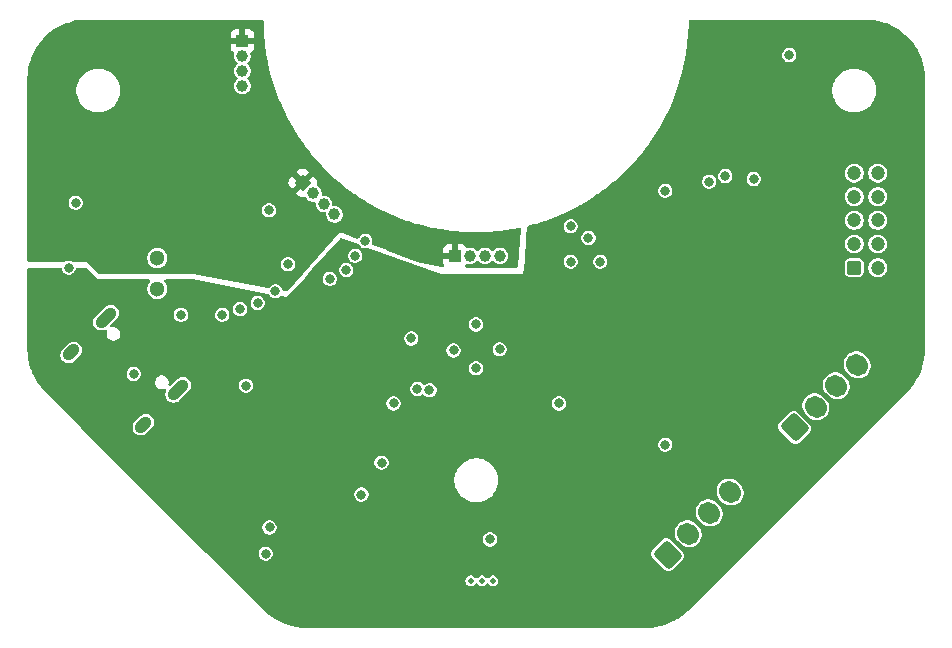
<source format=gbr>
%TF.GenerationSoftware,KiCad,Pcbnew,9.0.3*%
%TF.CreationDate,2025-10-14T09:07:42-04:00*%
%TF.ProjectId,flight_stick,666c6967-6874-45f7-9374-69636b2e6b69,5*%
%TF.SameCoordinates,Original*%
%TF.FileFunction,Copper,L2,Inr*%
%TF.FilePolarity,Positive*%
%FSLAX46Y46*%
G04 Gerber Fmt 4.6, Leading zero omitted, Abs format (unit mm)*
G04 Created by KiCad (PCBNEW 9.0.3) date 2025-10-14 09:07:42*
%MOMM*%
%LPD*%
G01*
G04 APERTURE LIST*
G04 Aperture macros list*
%AMRoundRect*
0 Rectangle with rounded corners*
0 $1 Rounding radius*
0 $2 $3 $4 $5 $6 $7 $8 $9 X,Y pos of 4 corners*
0 Add a 4 corners polygon primitive as box body*
4,1,4,$2,$3,$4,$5,$6,$7,$8,$9,$2,$3,0*
0 Add four circle primitives for the rounded corners*
1,1,$1+$1,$2,$3*
1,1,$1+$1,$4,$5*
1,1,$1+$1,$6,$7*
1,1,$1+$1,$8,$9*
0 Add four rect primitives between the rounded corners*
20,1,$1+$1,$2,$3,$4,$5,0*
20,1,$1+$1,$4,$5,$6,$7,0*
20,1,$1+$1,$6,$7,$8,$9,0*
20,1,$1+$1,$8,$9,$2,$3,0*%
%AMHorizOval*
0 Thick line with rounded ends*
0 $1 width*
0 $2 $3 position (X,Y) of the first rounded end (center of the circle)*
0 $4 $5 position (X,Y) of the second rounded end (center of the circle)*
0 Add line between two ends*
20,1,$1,$2,$3,$4,$5,0*
0 Add two circle primitives to create the rounded ends*
1,1,$1,$2,$3*
1,1,$1,$4,$5*%
%AMRotRect*
0 Rectangle, with rotation*
0 The origin of the aperture is its center*
0 $1 length*
0 $2 width*
0 $3 Rotation angle, in degrees counterclockwise*
0 Add horizontal line*
21,1,$1,$2,0,0,$3*%
G04 Aperture macros list end*
%TA.AperFunction,ComponentPad*%
%ADD10RotRect,1.000000X1.000000X45.000000*%
%TD*%
%TA.AperFunction,ComponentPad*%
%ADD11C,1.000000*%
%TD*%
%TA.AperFunction,ComponentPad*%
%ADD12RoundRect,0.250000X0.088388X-0.936916X0.936916X-0.088388X-0.088388X0.936916X-0.936916X0.088388X0*%
%TD*%
%TA.AperFunction,ComponentPad*%
%ADD13HorizOval,1.700000X-0.088388X0.088388X0.088388X-0.088388X0*%
%TD*%
%TA.AperFunction,HeatsinkPad*%
%ADD14HorizOval,1.000000X-0.388909X-0.388909X0.388909X0.388909X0*%
%TD*%
%TA.AperFunction,HeatsinkPad*%
%ADD15HorizOval,1.000000X-0.212132X-0.212132X0.212132X0.212132X0*%
%TD*%
%TA.AperFunction,ComponentPad*%
%ADD16C,1.300000*%
%TD*%
%TA.AperFunction,HeatsinkPad*%
%ADD17C,0.500000*%
%TD*%
%TA.AperFunction,ComponentPad*%
%ADD18RoundRect,0.250000X0.350000X-0.350000X0.350000X0.350000X-0.350000X0.350000X-0.350000X-0.350000X0*%
%TD*%
%TA.AperFunction,ComponentPad*%
%ADD19C,1.200000*%
%TD*%
%TA.AperFunction,ComponentPad*%
%ADD20R,1.000000X1.000000*%
%TD*%
%TA.AperFunction,ViaPad*%
%ADD21C,0.800000*%
%TD*%
G04 APERTURE END LIST*
D10*
%TO.N,+3.3VA*%
%TO.C,J12*%
X-75596664Y50781787D03*
D11*
%TO.N,Net-(J12-Pin_2)*%
X-74698638Y49883761D03*
%TO.N,Net-(J12-Pin_3)*%
X-73800613Y48985736D03*
%TO.N,GNDA*%
X-72902587Y48087710D03*
%TD*%
D12*
%TO.N,GND*%
%TO.C,J1*%
X-33938121Y30052175D03*
D13*
%TO.N,+12V*%
X-32170354Y31819942D03*
%TO.N,/CAN_IO/CAN_L*%
X-30402587Y33587709D03*
%TO.N,/CAN_IO/CAN_H*%
X-28634820Y35355476D03*
%TD*%
D14*
%TO.N,GND*%
%TO.C,J10*%
X-92244044Y39355655D03*
D15*
X-95199750Y36399948D03*
D14*
X-86134641Y33246252D03*
D15*
X-89090348Y30290546D03*
%TD*%
D16*
%TO.N,GNDA*%
%TO.C,NT1*%
X-87902587Y44387709D03*
%TO.N,GND*%
X-87902587Y41787709D03*
%TD*%
D17*
%TO.N,GND*%
%TO.C,U8*%
X-61371600Y17071599D03*
X-60421600Y17071599D03*
X-59471600Y17071599D03*
%TD*%
D12*
%TO.N,GND*%
%TO.C,J3*%
X-44705888Y19284408D03*
D13*
%TO.N,+12V*%
X-42938121Y21052175D03*
%TO.N,/CAN_IO/CAN_L*%
X-41170354Y22819942D03*
%TO.N,/CAN_IO/CAN_H*%
X-39402587Y24587709D03*
%TD*%
D18*
%TO.N,/MTX_ROW1*%
%TO.C,J2*%
X-28902587Y43587709D03*
D19*
%TO.N,/MTX_COL1*%
X-26902587Y43587709D03*
%TO.N,/MTX_ROW2*%
X-28902587Y45587709D03*
%TO.N,/MTX_COL2*%
X-26902587Y45587709D03*
%TO.N,/MTX_ROW3*%
X-28902587Y47587709D03*
%TO.N,/MTX_COL3*%
X-26902587Y47587709D03*
%TO.N,/MTX_ROW4*%
X-28902587Y49587709D03*
%TO.N,/MTX_COL4*%
X-26902587Y49587709D03*
%TO.N,/MTX_ROW5*%
X-28902587Y51587709D03*
%TO.N,/MTX_COL5*%
X-26902587Y51587709D03*
%TD*%
D20*
%TO.N,+3.3VA*%
%TO.C,J4*%
X-80702587Y62787709D03*
D11*
%TO.N,Net-(J4-Pin_2)*%
X-80702587Y61517709D03*
%TO.N,Net-(J4-Pin_3)*%
X-80702587Y60247709D03*
%TO.N,GNDA*%
X-80702587Y58977709D03*
%TD*%
D20*
%TO.N,+3.3VA*%
%TO.C,J6*%
X-62712586Y44587709D03*
D11*
%TO.N,Net-(J6-Pin_2)*%
X-61442586Y44587709D03*
%TO.N,Net-(J6-Pin_3)*%
X-60172586Y44587709D03*
%TO.N,GNDA*%
X-58902586Y44587709D03*
%TD*%
D21*
%TO.N,+3.3V*%
X-58902587Y29787709D03*
X-81902587Y32237709D03*
X-51902587Y35087709D03*
X-65902587Y20087709D03*
X-72711980Y23861980D03*
X-72402587Y45087709D03*
X-54402587Y46087709D03*
X-68152587Y35837709D03*
%TO.N,GND*%
X-34402587Y61587709D03*
X-60921600Y38771600D03*
X-66402587Y37587709D03*
X-80402587Y33587709D03*
X-44902587Y28587709D03*
X-60921600Y35071600D03*
X-73297256Y42632378D03*
X-44902587Y50087709D03*
X-62821600Y36571600D03*
X-58921600Y36671600D03*
%TO.N,+5V*%
X-89902587Y34587709D03*
X-85902587Y39587709D03*
%TO.N,/ADC_DRDY*%
X-82402587Y39587709D03*
X-70302587Y45837709D03*
%TO.N,/ADC_SCK*%
X-80902587Y40087709D03*
X-71145730Y44587709D03*
%TO.N,+3.3VA*%
X-86902587Y53087709D03*
X-86902587Y50587709D03*
X-77902587Y46587709D03*
%TO.N,/Power/Vin_{pwr}*%
X-95402587Y43587709D03*
X-68921600Y27071600D03*
%TO.N,/EEPROM_SCK*%
X-51402587Y46087709D03*
X-50402587Y44087709D03*
%TO.N,/EEPROM_SDA*%
X-52902587Y44087709D03*
X-52902587Y47087709D03*
%TO.N,/RGB_B*%
X-41180405Y50865527D03*
X-67902587Y32087709D03*
%TO.N,/RGB_R*%
X-65892146Y33307378D03*
X-39810127Y51337709D03*
%TO.N,/RGB_G*%
X-37402587Y51087709D03*
X-64863680Y33207377D03*
%TO.N,/ADC_MISO*%
X-71902587Y43377966D03*
X-79402587Y40587709D03*
%TO.N,/ADC_MOSI*%
X-77902587Y41587709D03*
X-76841320Y43878400D03*
%TO.N,GNDA*%
X-94821600Y49071600D03*
X-78450595Y48439701D03*
%TO.N,/~{RESET}*%
X-70621600Y24371600D03*
X-53902587Y32087709D03*
X-78721600Y19371600D03*
X-78402587Y21587709D03*
%TO.N,Net-(JP1-B)*%
X-59727667Y20571600D03*
%TD*%
%TA.AperFunction,Conductor*%
%TO.N,+3.3VA*%
G36*
X-78960048Y64567524D02*
G01*
X-78914293Y64514720D01*
X-78903087Y64463209D01*
X-78903087Y64171828D01*
X-78864674Y63340949D01*
X-78787928Y62512732D01*
X-78787926Y62512711D01*
X-78673014Y61688933D01*
X-78628109Y61448714D01*
X-78522305Y60882709D01*
X-78520172Y60871303D01*
X-78329742Y60061644D01*
X-78329740Y60061637D01*
X-78102124Y59261650D01*
X-78102115Y59261621D01*
X-78030082Y59046702D01*
X-77837789Y58472979D01*
X-77564486Y57767504D01*
X-77537312Y57697359D01*
X-77201349Y56936477D01*
X-76830610Y56191933D01*
X-76830598Y56191911D01*
X-76425856Y55465259D01*
X-76425849Y55465248D01*
X-75987982Y54758068D01*
X-75987981Y54758066D01*
X-75902862Y54633806D01*
X-75901526Y54631855D01*
X-75900343Y54629980D01*
X-75894975Y54622292D01*
X-75894687Y54621872D01*
X-75894620Y54621775D01*
X-75517922Y54071865D01*
X-75422525Y53945540D01*
X-75421140Y53943706D01*
X-75417118Y53937946D01*
X-75400585Y53916486D01*
X-75400265Y53916063D01*
X-75016671Y53408102D01*
X-75016655Y53408082D01*
X-74910588Y53280350D01*
X-74909126Y53278589D01*
X-74901986Y53269322D01*
X-74875223Y53237762D01*
X-74874819Y53237276D01*
X-74485297Y52768193D01*
X-74366658Y52638052D01*
X-74356081Y52625579D01*
X-74319849Y52586705D01*
X-74319361Y52586170D01*
X-73924967Y52153539D01*
X-73924953Y52153524D01*
X-73924938Y52153508D01*
X-73924918Y52153488D01*
X-73794877Y52023447D01*
X-73780602Y52008131D01*
X-73735678Y51964248D01*
X-73336788Y51565358D01*
X-73195041Y51436139D01*
X-73176815Y51418335D01*
X-73123946Y51371327D01*
X-73123323Y51370759D01*
X-73123322Y51370758D01*
X-72833760Y51106787D01*
X-72722103Y51004999D01*
X-72568405Y50877370D01*
X-72546046Y50857489D01*
X-72486049Y50808983D01*
X-72082195Y50473626D01*
X-72033927Y50437176D01*
X-71917981Y50349617D01*
X-71916342Y50348379D01*
X-71889682Y50326825D01*
X-71823358Y50278161D01*
X-71418429Y49972373D01*
X-71241920Y49851462D01*
X-71241920Y49851461D01*
X-71240265Y49850327D01*
X-71209166Y49827509D01*
X-71137276Y49779778D01*
X-71136599Y49779314D01*
X-71136523Y49779263D01*
X-70732222Y49502310D01*
X-70541646Y49384311D01*
X-70505994Y49360639D01*
X-70429212Y49314695D01*
X-70025037Y49064440D01*
X-69821964Y48951329D01*
X-69781711Y48927242D01*
X-69700813Y48883849D01*
X-69298385Y48659698D01*
X-69298377Y48659694D01*
X-69298364Y48659687D01*
X-69084517Y48553204D01*
X-69084518Y48553204D01*
X-69082806Y48552352D01*
X-69037911Y48528270D01*
X-68953629Y48488029D01*
X-68952725Y48487579D01*
X-68952700Y48487567D01*
X-68553816Y48288946D01*
X-68500831Y48265551D01*
X-68327413Y48188979D01*
X-68327412Y48188979D01*
X-68325755Y48188247D01*
X-68276227Y48164600D01*
X-68189243Y48127972D01*
X-68188232Y48127525D01*
X-68188231Y48127524D01*
X-67982825Y48036829D01*
X-67792919Y47952977D01*
X-67792915Y47952976D01*
X-67792914Y47952975D01*
X-67554071Y47860446D01*
X-67554070Y47860446D01*
X-67552402Y47859800D01*
X-67498334Y47837032D01*
X-67409363Y47804387D01*
X-67017317Y47652507D01*
X-66764514Y47567776D01*
X-66705943Y47546285D01*
X-66615581Y47517859D01*
X-66228666Y47388178D01*
X-65963716Y47312794D01*
X-65900794Y47292999D01*
X-65809682Y47268967D01*
X-65428649Y47160554D01*
X-65151767Y47095432D01*
X-65084658Y47077730D01*
X-64993374Y47058178D01*
X-64618974Y46970120D01*
X-64618960Y46970118D01*
X-64618949Y46970115D01*
X-64550543Y46957328D01*
X-64330423Y46916181D01*
X-64259329Y46900953D01*
X-64168500Y46885912D01*
X-63801367Y46817283D01*
X-63501453Y46775447D01*
X-63426622Y46763054D01*
X-63336686Y46752463D01*
X-62977574Y46702369D01*
X-62666650Y46673558D01*
X-62588365Y46664338D01*
X-62499892Y46658106D01*
X-62149353Y46625623D01*
X-61827798Y46610757D01*
X-61746404Y46605022D01*
X-61659913Y46602995D01*
X-61318472Y46587209D01*
X-61318468Y46587209D01*
X-60986768Y46587209D01*
X-60902587Y46585235D01*
X-60818406Y46587209D01*
X-60486706Y46587209D01*
X-60486702Y46587209D01*
X-60145301Y46602993D01*
X-60058770Y46605022D01*
X-59977369Y46610757D01*
X-59655821Y46625623D01*
X-59305244Y46658109D01*
X-59216809Y46664338D01*
X-59138536Y46673557D01*
X-58827600Y46702369D01*
X-58468443Y46752470D01*
X-58378552Y46763054D01*
X-58303736Y46775445D01*
X-58003807Y46817283D01*
X-57636668Y46885914D01*
X-57545845Y46900953D01*
X-57474784Y46916175D01*
X-57254633Y46957328D01*
X-57185121Y46950297D01*
X-57130442Y46906799D01*
X-57107960Y46840646D01*
X-57108360Y46824213D01*
X-57392335Y43700483D01*
X-57418008Y43635501D01*
X-57474738Y43594714D01*
X-57515826Y43587709D01*
X-61714583Y43587709D01*
X-61781622Y43607394D01*
X-61827377Y43660198D01*
X-61837321Y43729356D01*
X-61813849Y43786020D01*
X-61769239Y43845611D01*
X-61767174Y43849393D01*
X-61764125Y43852443D01*
X-61763917Y43852720D01*
X-61763878Y43852691D01*
X-61717771Y43898801D01*
X-61649499Y43913657D01*
X-61634146Y43911589D01*
X-61511582Y43887209D01*
X-61511579Y43887209D01*
X-61373591Y43887209D01*
X-61282545Y43905320D01*
X-61238258Y43914129D01*
X-61110775Y43966934D01*
X-60996044Y44043595D01*
X-60948142Y44091497D01*
X-60895267Y44144371D01*
X-60833944Y44177856D01*
X-60764252Y44172872D01*
X-60719905Y44144371D01*
X-60619132Y44043598D01*
X-60619128Y44043595D01*
X-60504404Y43966938D01*
X-60504391Y43966931D01*
X-60433441Y43937543D01*
X-60376914Y43914129D01*
X-60376910Y43914129D01*
X-60376909Y43914128D01*
X-60241582Y43887209D01*
X-60241579Y43887209D01*
X-60103591Y43887209D01*
X-60012545Y43905320D01*
X-59968258Y43914129D01*
X-59840775Y43966934D01*
X-59726044Y44043595D01*
X-59678142Y44091497D01*
X-59625267Y44144371D01*
X-59563944Y44177856D01*
X-59494252Y44172872D01*
X-59449905Y44144371D01*
X-59349132Y44043598D01*
X-59349128Y44043595D01*
X-59234404Y43966938D01*
X-59234391Y43966931D01*
X-59163441Y43937543D01*
X-59106914Y43914129D01*
X-59106910Y43914129D01*
X-59106909Y43914128D01*
X-58971582Y43887209D01*
X-58971579Y43887209D01*
X-58833591Y43887209D01*
X-58742545Y43905320D01*
X-58698258Y43914129D01*
X-58570775Y43966934D01*
X-58456044Y44043595D01*
X-58358472Y44141167D01*
X-58281811Y44255898D01*
X-58229006Y44383381D01*
X-58213315Y44462264D01*
X-58202086Y44518714D01*
X-58202086Y44656705D01*
X-58229005Y44792032D01*
X-58229006Y44792033D01*
X-58229006Y44792037D01*
X-58229008Y44792042D01*
X-58281808Y44919514D01*
X-58281815Y44919527D01*
X-58358472Y45034251D01*
X-58358475Y45034255D01*
X-58456041Y45131821D01*
X-58456045Y45131824D01*
X-58570769Y45208481D01*
X-58570782Y45208488D01*
X-58698254Y45261288D01*
X-58698264Y45261291D01*
X-58833591Y45288209D01*
X-58833593Y45288209D01*
X-58971579Y45288209D01*
X-58971581Y45288209D01*
X-59106909Y45261291D01*
X-59106919Y45261288D01*
X-59234391Y45208488D01*
X-59234404Y45208481D01*
X-59349128Y45131824D01*
X-59349132Y45131821D01*
X-59449905Y45031047D01*
X-59511228Y44997562D01*
X-59580920Y45002546D01*
X-59625267Y45031047D01*
X-59726041Y45131821D01*
X-59726045Y45131824D01*
X-59840769Y45208481D01*
X-59840782Y45208488D01*
X-59968254Y45261288D01*
X-59968264Y45261291D01*
X-60103591Y45288209D01*
X-60103593Y45288209D01*
X-60241579Y45288209D01*
X-60241581Y45288209D01*
X-60376909Y45261291D01*
X-60376919Y45261288D01*
X-60504391Y45208488D01*
X-60504404Y45208481D01*
X-60619128Y45131824D01*
X-60619132Y45131821D01*
X-60719905Y45031047D01*
X-60781228Y44997562D01*
X-60850920Y45002546D01*
X-60895267Y45031047D01*
X-60996041Y45131821D01*
X-60996045Y45131824D01*
X-61110769Y45208481D01*
X-61110782Y45208488D01*
X-61238254Y45261288D01*
X-61238264Y45261291D01*
X-61373591Y45288209D01*
X-61373593Y45288209D01*
X-61511579Y45288209D01*
X-61511584Y45288209D01*
X-61634147Y45263830D01*
X-61703739Y45270057D01*
X-61758916Y45312921D01*
X-61767171Y45326023D01*
X-61769233Y45329799D01*
X-61855396Y45444897D01*
X-61855399Y45444900D01*
X-61970493Y45531060D01*
X-61970500Y45531064D01*
X-62105207Y45581306D01*
X-62105214Y45581308D01*
X-62164742Y45587709D01*
X-62462586Y45587709D01*
X-62462586Y44797327D01*
X-62513032Y44847773D01*
X-62587141Y44890560D01*
X-62669799Y44912709D01*
X-62755373Y44912709D01*
X-62838031Y44890560D01*
X-62912140Y44847773D01*
X-62972650Y44787263D01*
X-63015437Y44713154D01*
X-63037586Y44630496D01*
X-63037586Y44544922D01*
X-63015437Y44462264D01*
X-62972650Y44388155D01*
X-62922204Y44337709D01*
X-63712586Y44337709D01*
X-63712586Y44039865D01*
X-63706185Y43980337D01*
X-63706183Y43980330D01*
X-63652840Y43837310D01*
X-63654175Y43836813D01*
X-63641338Y43777809D01*
X-63665753Y43712344D01*
X-63721685Y43670471D01*
X-63789340Y43665060D01*
X-65892240Y44085640D01*
X-65912435Y44091497D01*
X-68334661Y45023123D01*
X-68626982Y45135554D01*
X-63712586Y45135554D01*
X-63712586Y44837709D01*
X-62962586Y44837709D01*
X-62962586Y45587709D01*
X-63260431Y45587709D01*
X-63319959Y45581308D01*
X-63319966Y45581306D01*
X-63454673Y45531064D01*
X-63454680Y45531060D01*
X-63569774Y45444900D01*
X-63569777Y45444897D01*
X-63655937Y45329803D01*
X-63655941Y45329796D01*
X-63706183Y45195089D01*
X-63706185Y45195082D01*
X-63712586Y45135554D01*
X-68626982Y45135554D01*
X-69648862Y45528585D01*
X-69704367Y45571023D01*
X-69728117Y45636733D01*
X-69724125Y45676406D01*
X-69702087Y45758652D01*
X-69702087Y45916766D01*
X-69743010Y46069493D01*
X-69743014Y46069500D01*
X-69822063Y46206419D01*
X-69822069Y46206427D01*
X-69933870Y46318228D01*
X-69933878Y46318234D01*
X-70070797Y46397283D01*
X-70070801Y46397285D01*
X-70070803Y46397286D01*
X-70223530Y46438209D01*
X-70381644Y46438209D01*
X-70534371Y46397286D01*
X-70534378Y46397283D01*
X-70671297Y46318234D01*
X-70671305Y46318228D01*
X-70783106Y46206427D01*
X-70783110Y46206422D01*
X-70844257Y46100510D01*
X-70894824Y46052295D01*
X-70963431Y46039071D01*
X-70996157Y46046775D01*
X-72013887Y46438209D01*
X-72402587Y46587709D01*
X-72402588Y46587709D01*
X-76856007Y41639466D01*
X-76915485Y41602805D01*
X-76971027Y41600542D01*
X-77224197Y41648012D01*
X-77286461Y41679714D01*
X-77321119Y41737793D01*
X-77343010Y41819493D01*
X-77383042Y41888831D01*
X-77422063Y41956419D01*
X-77422069Y41956427D01*
X-77533870Y42068228D01*
X-77533878Y42068234D01*
X-77670797Y42147283D01*
X-77670801Y42147285D01*
X-77670803Y42147286D01*
X-77823530Y42188209D01*
X-77981644Y42188209D01*
X-78134371Y42147286D01*
X-78134378Y42147283D01*
X-78271297Y42068234D01*
X-78271305Y42068228D01*
X-78383105Y41956428D01*
X-78383112Y41956419D01*
X-78386665Y41950264D01*
X-78437234Y41902051D01*
X-78505842Y41888831D01*
X-78516901Y41890393D01*
X-84902586Y43087709D01*
X-84902587Y43087709D01*
X-92851225Y43087709D01*
X-92918264Y43107394D01*
X-92938906Y43124028D01*
X-93902587Y44087709D01*
X-95034387Y44087709D01*
X-95096387Y44104322D01*
X-95170803Y44147286D01*
X-95323530Y44188209D01*
X-95481644Y44188209D01*
X-95634371Y44147286D01*
X-95634374Y44147285D01*
X-95687285Y44116737D01*
X-95708788Y44104322D01*
X-95770787Y44087709D01*
X-98778087Y44087709D01*
X-98845126Y44107394D01*
X-98890881Y44160198D01*
X-98902087Y44211709D01*
X-98902087Y44471481D01*
X-88753087Y44471481D01*
X-88753087Y44303938D01*
X-88720405Y44139635D01*
X-88720403Y44139627D01*
X-88656292Y43984849D01*
X-88563214Y43845547D01*
X-88444750Y43727083D01*
X-88360024Y43670471D01*
X-88305450Y43634006D01*
X-88150669Y43569893D01*
X-87986359Y43537210D01*
X-87986355Y43537209D01*
X-87986354Y43537209D01*
X-87818819Y43537209D01*
X-87818818Y43537210D01*
X-87654505Y43569893D01*
X-87499724Y43634006D01*
X-87360425Y43727083D01*
X-87241961Y43845547D01*
X-87167185Y43957457D01*
X-77441820Y43957457D01*
X-77441820Y43799343D01*
X-77415330Y43700483D01*
X-77400897Y43646617D01*
X-77400894Y43646610D01*
X-77321845Y43509691D01*
X-77321841Y43509686D01*
X-77321840Y43509684D01*
X-77210036Y43397880D01*
X-77210034Y43397879D01*
X-77210030Y43397876D01*
X-77073111Y43318827D01*
X-77073104Y43318823D01*
X-76920377Y43277900D01*
X-76920375Y43277900D01*
X-76762265Y43277900D01*
X-76762263Y43277900D01*
X-76609536Y43318823D01*
X-76472604Y43397880D01*
X-76360800Y43509684D01*
X-76281743Y43646616D01*
X-76240820Y43799343D01*
X-76240820Y43957457D01*
X-76281743Y44110184D01*
X-76303163Y44147285D01*
X-76360796Y44247110D01*
X-76360802Y44247118D01*
X-76472603Y44358919D01*
X-76472611Y44358925D01*
X-76609530Y44437974D01*
X-76609534Y44437976D01*
X-76609536Y44437977D01*
X-76762263Y44478900D01*
X-76920377Y44478900D01*
X-77073104Y44437977D01*
X-77073111Y44437974D01*
X-77210030Y44358925D01*
X-77210038Y44358919D01*
X-77321839Y44247118D01*
X-77321845Y44247110D01*
X-77400894Y44110191D01*
X-77400897Y44110184D01*
X-77441820Y43957457D01*
X-87167185Y43957457D01*
X-87148884Y43984846D01*
X-87084771Y44139627D01*
X-87052087Y44303942D01*
X-87052087Y44471476D01*
X-87084771Y44635791D01*
X-87148884Y44790572D01*
X-87215694Y44890560D01*
X-87241961Y44929872D01*
X-87360425Y45048336D01*
X-87499727Y45141414D01*
X-87654505Y45205525D01*
X-87654513Y45205527D01*
X-87818816Y45238209D01*
X-87818820Y45238209D01*
X-87986354Y45238209D01*
X-87986359Y45238209D01*
X-88150662Y45205527D01*
X-88150670Y45205525D01*
X-88305448Y45141414D01*
X-88444750Y45048336D01*
X-88563214Y44929872D01*
X-88656292Y44790570D01*
X-88720403Y44635792D01*
X-88720405Y44635784D01*
X-88753087Y44471481D01*
X-98902087Y44471481D01*
X-98902087Y49150657D01*
X-95422100Y49150657D01*
X-95422100Y48992543D01*
X-95386772Y48860699D01*
X-95381177Y48839817D01*
X-95381174Y48839810D01*
X-95302125Y48702891D01*
X-95302121Y48702886D01*
X-95302120Y48702884D01*
X-95190316Y48591080D01*
X-95190314Y48591079D01*
X-95190310Y48591076D01*
X-95065046Y48518756D01*
X-95053384Y48512023D01*
X-94900657Y48471100D01*
X-94900655Y48471100D01*
X-94742545Y48471100D01*
X-94742543Y48471100D01*
X-94589816Y48512023D01*
X-94578151Y48518758D01*
X-79051095Y48518758D01*
X-79051095Y48360644D01*
X-79030889Y48285236D01*
X-79010172Y48207918D01*
X-79010169Y48207911D01*
X-78931120Y48070992D01*
X-78931116Y48070987D01*
X-78931115Y48070985D01*
X-78819311Y47959181D01*
X-78819309Y47959180D01*
X-78819305Y47959177D01*
X-78688022Y47883382D01*
X-78682379Y47880124D01*
X-78529652Y47839201D01*
X-78529650Y47839201D01*
X-78371540Y47839201D01*
X-78371538Y47839201D01*
X-78218811Y47880124D01*
X-78081879Y47959181D01*
X-77970075Y48070985D01*
X-77891018Y48207917D01*
X-77850095Y48360644D01*
X-77850095Y48518758D01*
X-77891018Y48671485D01*
X-77912382Y48708489D01*
X-77970071Y48808411D01*
X-77970077Y48808419D01*
X-78081878Y48920220D01*
X-78081886Y48920226D01*
X-78218805Y48999275D01*
X-78218809Y48999277D01*
X-78218811Y48999278D01*
X-78371538Y49040201D01*
X-78529652Y49040201D01*
X-78682379Y48999278D01*
X-78682386Y48999275D01*
X-78819305Y48920226D01*
X-78819313Y48920220D01*
X-78931114Y48808419D01*
X-78931120Y48808411D01*
X-79010169Y48671492D01*
X-79010172Y48671485D01*
X-79051095Y48518758D01*
X-94578151Y48518758D01*
X-94452884Y48591080D01*
X-94341080Y48702884D01*
X-94262023Y48839816D01*
X-94221100Y48992543D01*
X-94221100Y49150657D01*
X-94262023Y49303384D01*
X-94262027Y49303391D01*
X-94341076Y49440310D01*
X-94341082Y49440318D01*
X-94452883Y49552119D01*
X-94452891Y49552125D01*
X-94589810Y49631174D01*
X-94589814Y49631176D01*
X-94589816Y49631177D01*
X-94742543Y49672100D01*
X-94900657Y49672100D01*
X-95053384Y49631177D01*
X-95053391Y49631174D01*
X-95190310Y49552125D01*
X-95190318Y49552119D01*
X-95302119Y49440318D01*
X-95302125Y49440310D01*
X-95381174Y49303391D01*
X-95381177Y49303384D01*
X-95422100Y49150657D01*
X-98902087Y49150657D01*
X-98902087Y49897905D01*
X-76126995Y49897905D01*
X-76126995Y49897904D01*
X-75916397Y49687306D01*
X-75869766Y49649729D01*
X-75869759Y49649724D01*
X-75738986Y49590002D01*
X-75738978Y49590000D01*
X-75596664Y49569540D01*
X-75454347Y49590001D01*
X-75450220Y49591212D01*
X-75445917Y49591213D01*
X-75445570Y49591262D01*
X-75445563Y49591213D01*
X-75380350Y49591214D01*
X-75321572Y49553441D01*
X-75312181Y49541126D01*
X-75242756Y49437224D01*
X-75242750Y49437216D01*
X-75145184Y49339650D01*
X-75145180Y49339647D01*
X-75030456Y49262990D01*
X-75030443Y49262983D01*
X-74902971Y49210183D01*
X-74902966Y49210181D01*
X-74902962Y49210181D01*
X-74902961Y49210180D01*
X-74767634Y49183261D01*
X-74625113Y49183261D01*
X-74558074Y49163576D01*
X-74512319Y49110772D01*
X-74501113Y49059261D01*
X-74501113Y49054729D01*
X-74501113Y48916743D01*
X-74501113Y48916741D01*
X-74501114Y48916741D01*
X-74474195Y48781414D01*
X-74474192Y48781404D01*
X-74421392Y48653932D01*
X-74421385Y48653919D01*
X-74344728Y48539195D01*
X-74344725Y48539191D01*
X-74247159Y48441625D01*
X-74247155Y48441622D01*
X-74132431Y48364965D01*
X-74132418Y48364958D01*
X-74039286Y48326382D01*
X-74004941Y48312156D01*
X-74004937Y48312156D01*
X-74004936Y48312155D01*
X-73869609Y48285236D01*
X-73727087Y48285236D01*
X-73660048Y48265551D01*
X-73614293Y48212747D01*
X-73603087Y48161236D01*
X-73603087Y48156703D01*
X-73603087Y48018717D01*
X-73603087Y48018715D01*
X-73603088Y48018715D01*
X-73576169Y47883388D01*
X-73576166Y47883378D01*
X-73523366Y47755906D01*
X-73523359Y47755893D01*
X-73446702Y47641169D01*
X-73446699Y47641165D01*
X-73349133Y47543599D01*
X-73349129Y47543596D01*
X-73234405Y47466939D01*
X-73234392Y47466932D01*
X-73106920Y47414132D01*
X-73106915Y47414130D01*
X-73106911Y47414130D01*
X-73106910Y47414129D01*
X-72971583Y47387210D01*
X-72971580Y47387210D01*
X-72833592Y47387210D01*
X-72742546Y47405321D01*
X-72698259Y47414130D01*
X-72570776Y47466935D01*
X-72456045Y47543596D01*
X-72358473Y47641168D01*
X-72281812Y47755899D01*
X-72229007Y47883382D01*
X-72215164Y47952975D01*
X-72202087Y48018715D01*
X-72202087Y48156706D01*
X-72229006Y48292033D01*
X-72229007Y48292034D01*
X-72229007Y48292038D01*
X-72259211Y48364958D01*
X-72281809Y48419515D01*
X-72281816Y48419528D01*
X-72358473Y48534252D01*
X-72358476Y48534256D01*
X-72456042Y48631822D01*
X-72456046Y48631825D01*
X-72570770Y48708482D01*
X-72570783Y48708489D01*
X-72698255Y48761289D01*
X-72698265Y48761292D01*
X-72833592Y48788210D01*
X-72833594Y48788210D01*
X-72971580Y48788210D01*
X-72976113Y48788210D01*
X-73043152Y48807895D01*
X-73088907Y48860699D01*
X-73100113Y48912210D01*
X-73100113Y49054732D01*
X-73127032Y49190059D01*
X-73127033Y49190060D01*
X-73127033Y49190064D01*
X-73135366Y49210181D01*
X-73179835Y49317541D01*
X-73179842Y49317554D01*
X-73256499Y49432278D01*
X-73256502Y49432282D01*
X-73354068Y49529848D01*
X-73354072Y49529851D01*
X-73468796Y49606508D01*
X-73468809Y49606515D01*
X-73596281Y49659315D01*
X-73596291Y49659318D01*
X-73731618Y49686236D01*
X-73731620Y49686236D01*
X-73869606Y49686236D01*
X-73874138Y49686236D01*
X-73941177Y49705921D01*
X-73986932Y49758725D01*
X-73998138Y49810236D01*
X-73998138Y49952757D01*
X-74025057Y50088084D01*
X-74025058Y50088085D01*
X-74025058Y50088089D01*
X-74025060Y50088094D01*
X-74077860Y50215566D01*
X-74077867Y50215579D01*
X-74154524Y50330303D01*
X-74154527Y50330307D01*
X-74252093Y50427873D01*
X-74252101Y50427879D01*
X-74356003Y50497304D01*
X-74400809Y50550916D01*
X-74409516Y50620241D01*
X-74406089Y50635343D01*
X-74404878Y50639470D01*
X-74384417Y50781787D01*
X-74404877Y50924101D01*
X-74404879Y50924109D01*
X-74464601Y51054882D01*
X-74464606Y51054889D01*
X-74502183Y51101520D01*
X-74712781Y51312118D01*
X-74712782Y51312118D01*
X-75271664Y50753234D01*
X-75271664Y50824574D01*
X-75293813Y50907232D01*
X-75336600Y50981341D01*
X-75397110Y51041851D01*
X-75471219Y51084638D01*
X-75553877Y51106787D01*
X-75639451Y51106787D01*
X-75722109Y51084638D01*
X-75796218Y51041851D01*
X-75856728Y50981341D01*
X-75899515Y50907232D01*
X-75921664Y50824574D01*
X-75921664Y50739000D01*
X-75899515Y50656342D01*
X-75856728Y50582233D01*
X-75796218Y50521723D01*
X-75722109Y50478936D01*
X-75639451Y50456787D01*
X-75568111Y50456787D01*
X-76126995Y49897905D01*
X-98902087Y49897905D01*
X-98902087Y50781787D01*
X-76808912Y50781787D01*
X-76788452Y50639474D01*
X-76788450Y50639466D01*
X-76728728Y50508693D01*
X-76728723Y50508686D01*
X-76691146Y50462055D01*
X-76480548Y50251457D01*
X-75950218Y50781787D01*
X-75950218Y50781788D01*
X-76480547Y51312118D01*
X-76480549Y51312118D01*
X-76691142Y51101525D01*
X-76728723Y51054889D01*
X-76728728Y51054882D01*
X-76788450Y50924109D01*
X-76788452Y50924101D01*
X-76808912Y50781787D01*
X-98902087Y50781787D01*
X-98902087Y51665672D01*
X-76126995Y51665672D01*
X-76126995Y51665671D01*
X-75596664Y51135341D01*
X-75596663Y51135341D01*
X-75066334Y51665671D01*
X-75276932Y51876269D01*
X-75323563Y51913846D01*
X-75323570Y51913851D01*
X-75454343Y51973573D01*
X-75454351Y51973575D01*
X-75596664Y51994035D01*
X-75738978Y51973575D01*
X-75738986Y51973573D01*
X-75869759Y51913851D01*
X-75869766Y51913846D01*
X-75916402Y51876265D01*
X-76126995Y51665672D01*
X-98902087Y51665672D01*
X-98902087Y58708998D01*
X-94753087Y58708998D01*
X-94753087Y58466421D01*
X-94721426Y58225924D01*
X-94658640Y57991605D01*
X-94565814Y57767504D01*
X-94565811Y57767497D01*
X-94444523Y57557420D01*
X-94444521Y57557417D01*
X-94444520Y57557416D01*
X-94296854Y57364973D01*
X-94296848Y57364966D01*
X-94125331Y57193449D01*
X-94125325Y57193444D01*
X-93932876Y57045773D01*
X-93722799Y56924485D01*
X-93498687Y56831655D01*
X-93264376Y56768871D01*
X-93084001Y56745125D01*
X-93023876Y56737209D01*
X-93023875Y56737209D01*
X-92781298Y56737209D01*
X-92733199Y56743542D01*
X-92540798Y56768871D01*
X-92306487Y56831655D01*
X-92082375Y56924485D01*
X-91872298Y57045773D01*
X-91679849Y57193444D01*
X-91508322Y57364971D01*
X-91360651Y57557420D01*
X-91239363Y57767497D01*
X-91146533Y57991609D01*
X-91083749Y58225920D01*
X-91052087Y58466421D01*
X-91052087Y58708997D01*
X-91083749Y58949498D01*
X-91146533Y59183809D01*
X-91239363Y59407921D01*
X-91360651Y59617998D01*
X-91508322Y59810447D01*
X-91508327Y59810453D01*
X-91679844Y59981970D01*
X-91679851Y59981976D01*
X-91872294Y60129642D01*
X-91872295Y60129643D01*
X-91872298Y60129645D01*
X-92082375Y60250933D01*
X-92082382Y60250936D01*
X-92306483Y60343762D01*
X-92540802Y60406548D01*
X-92781298Y60438209D01*
X-92781299Y60438209D01*
X-93023875Y60438209D01*
X-93023876Y60438209D01*
X-93264373Y60406548D01*
X-93498692Y60343762D01*
X-93722793Y60250936D01*
X-93722802Y60250932D01*
X-93932881Y60129642D01*
X-94125324Y59981976D01*
X-94125331Y59981970D01*
X-94296848Y59810453D01*
X-94296854Y59810446D01*
X-94444520Y59618003D01*
X-94565810Y59407924D01*
X-94565814Y59407915D01*
X-94658640Y59183814D01*
X-94721426Y58949495D01*
X-94753087Y58708998D01*
X-98902087Y58708998D01*
X-98902087Y59585147D01*
X-98901981Y59590271D01*
X-98899963Y59639067D01*
X-98886690Y59959955D01*
X-98886327Y59965595D01*
X-98879359Y60045243D01*
X-98878891Y60049660D01*
X-98838146Y60376532D01*
X-98837229Y60382623D01*
X-98824152Y60456789D01*
X-98823435Y60460508D01*
X-98754697Y60788331D01*
X-98753128Y60794905D01*
X-98735903Y60859189D01*
X-98735014Y60862335D01*
X-98636770Y61192326D01*
X-98634466Y61199298D01*
X-98616680Y61248163D01*
X-98615723Y61250700D01*
X-98485094Y61585471D01*
X-98482003Y61592699D01*
X-98470162Y61618092D01*
X-98469211Y61620080D01*
X-98359566Y61844362D01*
X-98301762Y61962603D01*
X-98296895Y61971598D01*
X-98090620Y62317769D01*
X-98085028Y62326328D01*
X-97934104Y62537709D01*
X-81702587Y62537709D01*
X-81702587Y62239865D01*
X-81696186Y62180337D01*
X-81696184Y62180330D01*
X-81645942Y62045623D01*
X-81645938Y62045616D01*
X-81559778Y61930522D01*
X-81559775Y61930519D01*
X-81444677Y61844356D01*
X-81440901Y61842294D01*
X-81437858Y61839251D01*
X-81437576Y61839040D01*
X-81437607Y61839000D01*
X-81391494Y61792890D01*
X-81376641Y61724618D01*
X-81378708Y61709270D01*
X-81403087Y61586707D01*
X-81403087Y61586702D01*
X-81403087Y61448716D01*
X-81403087Y61448714D01*
X-81403088Y61448714D01*
X-81376169Y61313387D01*
X-81376166Y61313377D01*
X-81323366Y61185905D01*
X-81323359Y61185892D01*
X-81246702Y61071168D01*
X-81246699Y61071164D01*
X-81145925Y60970390D01*
X-81112440Y60909067D01*
X-81117424Y60839375D01*
X-81145925Y60795028D01*
X-81246699Y60694255D01*
X-81246702Y60694251D01*
X-81323359Y60579527D01*
X-81323366Y60579514D01*
X-81376166Y60452042D01*
X-81376169Y60452032D01*
X-81403087Y60316705D01*
X-81403087Y60316702D01*
X-81403087Y60178716D01*
X-81403087Y60178714D01*
X-81403088Y60178714D01*
X-81376169Y60043387D01*
X-81376166Y60043377D01*
X-81323366Y59915905D01*
X-81323359Y59915892D01*
X-81246702Y59801168D01*
X-81246699Y59801164D01*
X-81145925Y59700390D01*
X-81112440Y59639067D01*
X-81117424Y59569375D01*
X-81145925Y59525028D01*
X-81246699Y59424255D01*
X-81246702Y59424251D01*
X-81323359Y59309527D01*
X-81323366Y59309514D01*
X-81376166Y59182042D01*
X-81376169Y59182032D01*
X-81403087Y59046705D01*
X-81403087Y59046702D01*
X-81403087Y58908716D01*
X-81403087Y58908714D01*
X-81403088Y58908714D01*
X-81376169Y58773387D01*
X-81376166Y58773377D01*
X-81323366Y58645905D01*
X-81323359Y58645892D01*
X-81246702Y58531168D01*
X-81246699Y58531164D01*
X-81149133Y58433598D01*
X-81149129Y58433595D01*
X-81034405Y58356938D01*
X-81034392Y58356931D01*
X-80906920Y58304131D01*
X-80906915Y58304129D01*
X-80906911Y58304129D01*
X-80906910Y58304128D01*
X-80771583Y58277209D01*
X-80771580Y58277209D01*
X-80633592Y58277209D01*
X-80542546Y58295320D01*
X-80498259Y58304129D01*
X-80370776Y58356934D01*
X-80256045Y58433595D01*
X-80158473Y58531167D01*
X-80081812Y58645898D01*
X-80029007Y58773381D01*
X-80002087Y58908716D01*
X-80002087Y59046702D01*
X-80002087Y59046705D01*
X-80029006Y59182032D01*
X-80029007Y59182033D01*
X-80029007Y59182037D01*
X-80029743Y59183814D01*
X-80081809Y59309514D01*
X-80081816Y59309527D01*
X-80158473Y59424251D01*
X-80158476Y59424255D01*
X-80259249Y59525028D01*
X-80292734Y59586351D01*
X-80287750Y59656043D01*
X-80259249Y59700390D01*
X-80158476Y59801164D01*
X-80158473Y59801167D01*
X-80081812Y59915898D01*
X-80029007Y60043381D01*
X-80002087Y60178716D01*
X-80002087Y60316702D01*
X-80002087Y60316705D01*
X-80029006Y60452032D01*
X-80029007Y60452033D01*
X-80029007Y60452037D01*
X-80035086Y60466714D01*
X-80081809Y60579514D01*
X-80081816Y60579527D01*
X-80158473Y60694251D01*
X-80158476Y60694255D01*
X-80259249Y60795028D01*
X-80292734Y60856351D01*
X-80287750Y60926043D01*
X-80259249Y60970390D01*
X-80158476Y61071164D01*
X-80158473Y61071167D01*
X-80081812Y61185898D01*
X-80029007Y61313381D01*
X-80002087Y61448716D01*
X-80002087Y61586702D01*
X-80002087Y61586705D01*
X-80026467Y61709269D01*
X-80020240Y61778861D01*
X-79977377Y61834038D01*
X-79964271Y61842297D01*
X-79960489Y61844362D01*
X-79845400Y61930519D01*
X-79845397Y61930522D01*
X-79759237Y62045616D01*
X-79759233Y62045623D01*
X-79708991Y62180330D01*
X-79708989Y62180337D01*
X-79702588Y62239865D01*
X-79702587Y62239882D01*
X-79702587Y62537709D01*
X-80492969Y62537709D01*
X-80442523Y62588155D01*
X-80399736Y62662264D01*
X-80377587Y62744922D01*
X-80377587Y62830496D01*
X-80399736Y62913154D01*
X-80442523Y62987263D01*
X-80492969Y63037709D01*
X-80452587Y63037709D01*
X-79702587Y63037709D01*
X-79702587Y63335537D01*
X-79702588Y63335554D01*
X-79708989Y63395082D01*
X-79708991Y63395089D01*
X-79759233Y63529796D01*
X-79759237Y63529803D01*
X-79845397Y63644897D01*
X-79845400Y63644900D01*
X-79960494Y63731060D01*
X-79960501Y63731064D01*
X-80095208Y63781306D01*
X-80095215Y63781308D01*
X-80154743Y63787709D01*
X-80452587Y63787709D01*
X-80452587Y63037709D01*
X-80492969Y63037709D01*
X-80503033Y63047773D01*
X-80577142Y63090560D01*
X-80659800Y63112709D01*
X-80745374Y63112709D01*
X-80828032Y63090560D01*
X-80902141Y63047773D01*
X-80962651Y62987263D01*
X-81005438Y62913154D01*
X-81027587Y62830496D01*
X-81027587Y62744922D01*
X-81005438Y62662264D01*
X-80962651Y62588155D01*
X-80912205Y62537709D01*
X-81702587Y62537709D01*
X-97934104Y62537709D01*
X-97850864Y62654294D01*
X-97844582Y62662365D01*
X-97584139Y62969868D01*
X-97577222Y62977382D01*
X-97292273Y63262330D01*
X-97284758Y63269249D01*
X-97206472Y63335554D01*
X-81702587Y63335554D01*
X-81702587Y63037709D01*
X-80952587Y63037709D01*
X-80952587Y63787709D01*
X-81250432Y63787709D01*
X-81309960Y63781308D01*
X-81309967Y63781306D01*
X-81444674Y63731064D01*
X-81444681Y63731060D01*
X-81559775Y63644900D01*
X-81559778Y63644897D01*
X-81645938Y63529803D01*
X-81645942Y63529796D01*
X-81696184Y63395089D01*
X-81696186Y63395082D01*
X-81702587Y63335554D01*
X-97206472Y63335554D01*
X-96977244Y63529700D01*
X-96969192Y63535968D01*
X-96641196Y63770150D01*
X-96632667Y63775722D01*
X-96286458Y63982016D01*
X-96277515Y63986856D01*
X-95934763Y64154417D01*
X-95933060Y64155231D01*
X-95907585Y64167110D01*
X-95900367Y64170197D01*
X-95565502Y64300861D01*
X-95563045Y64301786D01*
X-95514174Y64319574D01*
X-95507207Y64321876D01*
X-95177220Y64420117D01*
X-95174058Y64421011D01*
X-95109798Y64438230D01*
X-95103211Y64439802D01*
X-94775394Y64508537D01*
X-94771686Y64509252D01*
X-94697501Y64522332D01*
X-94691383Y64523253D01*
X-94364522Y64563995D01*
X-94360169Y64564456D01*
X-94280438Y64571431D01*
X-94274852Y64571791D01*
X-94016026Y64582496D01*
X-93904606Y64587103D01*
X-93899482Y64587209D01*
X-79027087Y64587209D01*
X-78960048Y64567524D01*
G37*
%TD.AperFunction*%
%TD*%
%TA.AperFunction,Conductor*%
%TO.N,+3.3V*%
G36*
X-27900025Y64587103D02*
G01*
X-27888035Y64586608D01*
X-27532203Y64571889D01*
X-27526594Y64571528D01*
X-27442739Y64564192D01*
X-27438296Y64563721D01*
X-27169771Y64530248D01*
X-27115493Y64523482D01*
X-27109301Y64522550D01*
X-27087723Y64518746D01*
X-27030960Y64508737D01*
X-27027151Y64508003D01*
X-26703487Y64440137D01*
X-26696893Y64438563D01*
X-26628134Y64420139D01*
X-26625004Y64419254D01*
X-26299354Y64322303D01*
X-26292377Y64319998D01*
X-26238669Y64300449D01*
X-26236080Y64299472D01*
X-25906099Y64170713D01*
X-25898802Y64167592D01*
X-25867980Y64153220D01*
X-25866130Y64152336D01*
X-25527699Y63986887D01*
X-25518697Y63982016D01*
X-25172521Y63775739D01*
X-25163953Y63770141D01*
X-24835998Y63535986D01*
X-24827923Y63529700D01*
X-24565522Y63307457D01*
X-24520438Y63269273D01*
X-24512898Y63262332D01*
X-24227968Y62977401D01*
X-24221027Y62969861D01*
X-23960604Y62662381D01*
X-23954311Y62654296D01*
X-23853221Y62512711D01*
X-23720162Y62326351D01*
X-23714556Y62317771D01*
X-23508289Y61971610D01*
X-23503411Y61962596D01*
X-23338012Y61624266D01*
X-23337031Y61622212D01*
X-23322714Y61591510D01*
X-23319579Y61584179D01*
X-23190828Y61254220D01*
X-23189841Y61251603D01*
X-23177974Y61219000D01*
X-23170316Y61197959D01*
X-23167994Y61190932D01*
X-23071074Y60865387D01*
X-23070144Y60862098D01*
X-23051742Y60793420D01*
X-23050156Y60786774D01*
X-22982317Y60463240D01*
X-22981562Y60459325D01*
X-22967747Y60380975D01*
X-22966815Y60374781D01*
X-22926587Y60052051D01*
X-22926107Y60047521D01*
X-22918777Y59963742D01*
X-22918411Y59958059D01*
X-22903193Y59590176D01*
X-22903087Y59585051D01*
X-22903087Y36661204D01*
X-22903183Y36656335D01*
X-22917013Y36304413D01*
X-22917389Y36298473D01*
X-22924791Y36213880D01*
X-22925179Y36210114D01*
X-22961936Y35899558D01*
X-22962960Y35892602D01*
X-22974300Y35828286D01*
X-22974799Y35825625D01*
X-23039975Y35497973D01*
X-23041817Y35490073D01*
X-23044226Y35481082D01*
X-23044657Y35479515D01*
X-23146461Y35118549D01*
X-23149469Y35109289D01*
X-23281973Y34750125D01*
X-23285699Y34741130D01*
X-23445969Y34393479D01*
X-23450390Y34384803D01*
X-23633693Y34057496D01*
X-23634497Y34056082D01*
X-23639100Y34048110D01*
X-23643383Y34041223D01*
X-23829006Y33763419D01*
X-23830534Y33761186D01*
X-23867974Y33707717D01*
X-23872169Y33702073D01*
X-24065773Y33456488D01*
X-24068163Y33453550D01*
X-24122767Y33388476D01*
X-24126700Y33384011D01*
X-24365983Y33125156D01*
X-24369358Y33121646D01*
X-42936739Y14554265D01*
X-42940248Y14550891D01*
X-43199845Y14310919D01*
X-43204310Y14306985D01*
X-43266796Y14254552D01*
X-43269735Y14252162D01*
X-43517812Y14056592D01*
X-43523457Y14052396D01*
X-43573661Y14017243D01*
X-43575893Y14015716D01*
X-43856892Y13827958D01*
X-43863775Y13823678D01*
X-43866835Y13821911D01*
X-43868254Y13821104D01*
X-44199667Y13635503D01*
X-44208342Y13631082D01*
X-44556004Y13470807D01*
X-44565000Y13467081D01*
X-44924148Y13334586D01*
X-44933408Y13331577D01*
X-45299044Y13228459D01*
X-45300600Y13228031D01*
X-45303984Y13227124D01*
X-45311896Y13225279D01*
X-45643338Y13159354D01*
X-45645996Y13158856D01*
X-45706368Y13148211D01*
X-45713327Y13147186D01*
X-46027046Y13110058D01*
X-46030811Y13109671D01*
X-46112054Y13102563D01*
X-46117995Y13102187D01*
X-46471396Y13088305D01*
X-46476263Y13088209D01*
X-75329093Y13088209D01*
X-75333962Y13088305D01*
X-75687362Y13102192D01*
X-75693301Y13102568D01*
X-75774110Y13109638D01*
X-75777878Y13110026D01*
X-76091998Y13147207D01*
X-76098953Y13148231D01*
X-76158782Y13158780D01*
X-76161443Y13159279D01*
X-76493400Y13225311D01*
X-76501330Y13227161D01*
X-76503981Y13227872D01*
X-76505517Y13228295D01*
X-76871747Y13331582D01*
X-76881008Y13334591D01*
X-77240171Y13467096D01*
X-77249166Y13470821D01*
X-77596824Y13631095D01*
X-77605499Y13635516D01*
X-77937487Y13821440D01*
X-77938893Y13822239D01*
X-77941280Y13823617D01*
X-77948176Y13827905D01*
X-78229593Y14015943D01*
X-78231827Y14017471D01*
X-78281592Y14052318D01*
X-78287235Y14056513D01*
X-78415605Y14157712D01*
X-78535698Y14252387D01*
X-78538528Y14254688D01*
X-78600730Y14306882D01*
X-78605169Y14310792D01*
X-78865216Y14551179D01*
X-78868725Y14554554D01*
X-81445079Y17130908D01*
X-61822100Y17130908D01*
X-61822100Y17012290D01*
X-61791399Y16897713D01*
X-61732089Y16794986D01*
X-61648213Y16711110D01*
X-61545486Y16651800D01*
X-61430909Y16621099D01*
X-61430906Y16621099D01*
X-61312294Y16621099D01*
X-61312291Y16621099D01*
X-61197714Y16651800D01*
X-61094987Y16711110D01*
X-61011111Y16794986D01*
X-61003987Y16807325D01*
X-60953420Y16855541D01*
X-60884813Y16868763D01*
X-60819948Y16842795D01*
X-60789213Y16807325D01*
X-60782092Y16794990D01*
X-60782090Y16794988D01*
X-60782089Y16794986D01*
X-60698213Y16711110D01*
X-60595486Y16651800D01*
X-60480909Y16621099D01*
X-60480906Y16621099D01*
X-60362294Y16621099D01*
X-60362291Y16621099D01*
X-60247714Y16651800D01*
X-60144987Y16711110D01*
X-60061111Y16794986D01*
X-60053987Y16807325D01*
X-60003420Y16855541D01*
X-59934813Y16868763D01*
X-59869948Y16842795D01*
X-59839213Y16807325D01*
X-59832092Y16794990D01*
X-59832090Y16794988D01*
X-59832089Y16794986D01*
X-59748213Y16711110D01*
X-59645486Y16651800D01*
X-59530909Y16621099D01*
X-59530906Y16621099D01*
X-59412294Y16621099D01*
X-59412291Y16621099D01*
X-59297714Y16651800D01*
X-59194987Y16711110D01*
X-59111111Y16794986D01*
X-59051801Y16897713D01*
X-59021100Y17012290D01*
X-59021100Y17130908D01*
X-59051801Y17245485D01*
X-59111111Y17348212D01*
X-59194987Y17432088D01*
X-59297714Y17491398D01*
X-59412291Y17522099D01*
X-59530909Y17522099D01*
X-59645486Y17491398D01*
X-59645488Y17491398D01*
X-59645488Y17491397D01*
X-59748213Y17432088D01*
X-59748216Y17432086D01*
X-59832087Y17348215D01*
X-59832089Y17348212D01*
X-59839214Y17335871D01*
X-59889783Y17287657D01*
X-59958390Y17274436D01*
X-60023254Y17300405D01*
X-60053986Y17335871D01*
X-60061111Y17348212D01*
X-60144987Y17432088D01*
X-60247714Y17491398D01*
X-60362291Y17522099D01*
X-60480909Y17522099D01*
X-60595486Y17491398D01*
X-60595488Y17491398D01*
X-60595488Y17491397D01*
X-60698213Y17432088D01*
X-60698216Y17432086D01*
X-60782087Y17348215D01*
X-60782089Y17348212D01*
X-60789214Y17335871D01*
X-60839783Y17287657D01*
X-60908390Y17274436D01*
X-60973254Y17300405D01*
X-61003986Y17335871D01*
X-61011111Y17348212D01*
X-61094987Y17432088D01*
X-61197714Y17491398D01*
X-61312291Y17522099D01*
X-61430909Y17522099D01*
X-61545486Y17491398D01*
X-61545488Y17491398D01*
X-61545488Y17491397D01*
X-61648213Y17432088D01*
X-61648216Y17432086D01*
X-61732087Y17348215D01*
X-61732089Y17348212D01*
X-61791399Y17245485D01*
X-61822100Y17130908D01*
X-81445079Y17130908D01*
X-83764828Y19450657D01*
X-79322100Y19450657D01*
X-79322100Y19292543D01*
X-79307621Y19238509D01*
X-79281177Y19139817D01*
X-79281174Y19139810D01*
X-79202125Y19002891D01*
X-79202121Y19002886D01*
X-79202120Y19002884D01*
X-79090316Y18891080D01*
X-79090314Y18891079D01*
X-79090310Y18891076D01*
X-78953391Y18812027D01*
X-78953384Y18812023D01*
X-78800657Y18771100D01*
X-78800655Y18771100D01*
X-78642545Y18771100D01*
X-78642543Y18771100D01*
X-78489816Y18812023D01*
X-78352884Y18891080D01*
X-78241080Y19002884D01*
X-78162023Y19139816D01*
X-78121100Y19292543D01*
X-78121100Y19372796D01*
X-46098393Y19372796D01*
X-46086296Y19292543D01*
X-46078152Y19238510D01*
X-46019230Y19116155D01*
X-46019229Y19116154D01*
X-45999728Y19092617D01*
X-44897679Y17990568D01*
X-44874142Y17971067D01*
X-44751787Y17912144D01*
X-44617500Y17891903D01*
X-44483212Y17912144D01*
X-44360857Y17971067D01*
X-44337320Y17990568D01*
X-43412048Y18915840D01*
X-43392547Y18939377D01*
X-43333624Y19061732D01*
X-43313383Y19196020D01*
X-43333624Y19330307D01*
X-43392547Y19452662D01*
X-43412048Y19476199D01*
X-44514097Y20578248D01*
X-44537634Y20597749D01*
X-44537635Y20597750D01*
X-44631514Y20642959D01*
X-44659989Y20656672D01*
X-44794276Y20676913D01*
X-44928564Y20656672D01*
X-45050919Y20597750D01*
X-45074461Y20578244D01*
X-45999724Y19652981D01*
X-46019230Y19629439D01*
X-46078152Y19507084D01*
X-46086657Y19450655D01*
X-46098393Y19372796D01*
X-78121100Y19372796D01*
X-78121100Y19450657D01*
X-78162023Y19603384D01*
X-78177066Y19629439D01*
X-78241076Y19740310D01*
X-78241082Y19740318D01*
X-78352883Y19852119D01*
X-78352891Y19852125D01*
X-78489810Y19931174D01*
X-78489814Y19931176D01*
X-78489816Y19931177D01*
X-78642543Y19972100D01*
X-78800657Y19972100D01*
X-78953384Y19931177D01*
X-78953391Y19931174D01*
X-79090310Y19852125D01*
X-79090318Y19852119D01*
X-79202119Y19740318D01*
X-79202125Y19740310D01*
X-79281174Y19603391D01*
X-79281177Y19603384D01*
X-79322100Y19450657D01*
X-83764828Y19450657D01*
X-84964828Y20650657D01*
X-60328167Y20650657D01*
X-60328167Y20492544D01*
X-60287244Y20339817D01*
X-60287241Y20339810D01*
X-60208192Y20202891D01*
X-60208188Y20202886D01*
X-60208187Y20202884D01*
X-60096383Y20091080D01*
X-60096381Y20091079D01*
X-60096377Y20091076D01*
X-59995525Y20032850D01*
X-59959451Y20012023D01*
X-59806724Y19971100D01*
X-59806722Y19971100D01*
X-59648612Y19971100D01*
X-59648610Y19971100D01*
X-59495883Y20012023D01*
X-59358951Y20091080D01*
X-59247147Y20202884D01*
X-59168090Y20339816D01*
X-59127167Y20492543D01*
X-59127167Y20650657D01*
X-59168090Y20803384D01*
X-59168094Y20803391D01*
X-59247143Y20940310D01*
X-59247149Y20940318D01*
X-59358950Y21052119D01*
X-59358958Y21052125D01*
X-59495877Y21131174D01*
X-59495881Y21131176D01*
X-59495883Y21131177D01*
X-59648610Y21172100D01*
X-59806724Y21172100D01*
X-59959451Y21131177D01*
X-59959458Y21131174D01*
X-60096377Y21052125D01*
X-60096385Y21052119D01*
X-60208186Y20940318D01*
X-60208192Y20940310D01*
X-60287241Y20803391D01*
X-60287244Y20803384D01*
X-60328167Y20650657D01*
X-84964828Y20650657D01*
X-85980937Y21666766D01*
X-79003087Y21666766D01*
X-79003087Y21508652D01*
X-78990423Y21461392D01*
X-78962164Y21355926D01*
X-78962161Y21355919D01*
X-78883112Y21219000D01*
X-78883108Y21218995D01*
X-78883107Y21218993D01*
X-78771303Y21107189D01*
X-78771301Y21107188D01*
X-78771297Y21107185D01*
X-78675920Y21052120D01*
X-78634371Y21028132D01*
X-78481644Y20987209D01*
X-78481642Y20987209D01*
X-78323532Y20987209D01*
X-78323530Y20987209D01*
X-78170803Y21028132D01*
X-78033871Y21107189D01*
X-77922067Y21218993D01*
X-77907610Y21244033D01*
X-44077009Y21244033D01*
X-44077009Y21037094D01*
X-44036641Y20834151D01*
X-44036639Y20834143D01*
X-43957452Y20642968D01*
X-43957447Y20642959D01*
X-43842486Y20470909D01*
X-43842483Y20470905D01*
X-43519392Y20147814D01*
X-43519388Y20147811D01*
X-43347338Y20032850D01*
X-43347332Y20032847D01*
X-43347331Y20032846D01*
X-43156153Y19953657D01*
X-42953203Y19913288D01*
X-42953199Y19913287D01*
X-42953198Y19913287D01*
X-42746267Y19913287D01*
X-42746266Y19913288D01*
X-42543313Y19953657D01*
X-42352135Y20032846D01*
X-42180078Y20147811D01*
X-42033757Y20294132D01*
X-41918792Y20466189D01*
X-41839603Y20657367D01*
X-41799233Y20860322D01*
X-41799233Y21067252D01*
X-41839603Y21270207D01*
X-41900853Y21418075D01*
X-41918791Y21461383D01*
X-41918796Y21461392D01*
X-42033757Y21633442D01*
X-42033760Y21633446D01*
X-42356851Y21956537D01*
X-42356855Y21956540D01*
X-42528905Y22071501D01*
X-42528914Y22071506D01*
X-42720089Y22150693D01*
X-42720097Y22150695D01*
X-42923040Y22191063D01*
X-42923044Y22191063D01*
X-43129974Y22191063D01*
X-43129979Y22191063D01*
X-43332922Y22150695D01*
X-43332930Y22150693D01*
X-43524105Y22071506D01*
X-43524114Y22071501D01*
X-43696164Y21956540D01*
X-43696168Y21956537D01*
X-43842483Y21810222D01*
X-43842486Y21810218D01*
X-43957447Y21638168D01*
X-43957452Y21638159D01*
X-44036639Y21446984D01*
X-44036641Y21446976D01*
X-44077009Y21244033D01*
X-77907610Y21244033D01*
X-77843010Y21355925D01*
X-77802087Y21508652D01*
X-77802087Y21666766D01*
X-77843010Y21819493D01*
X-77898486Y21915581D01*
X-77922063Y21956419D01*
X-77922069Y21956427D01*
X-78033870Y22068228D01*
X-78033878Y22068234D01*
X-78170797Y22147283D01*
X-78170801Y22147285D01*
X-78170803Y22147286D01*
X-78323530Y22188209D01*
X-78481644Y22188209D01*
X-78634371Y22147286D01*
X-78634378Y22147283D01*
X-78771297Y22068234D01*
X-78771305Y22068228D01*
X-78883106Y21956427D01*
X-78883112Y21956419D01*
X-78962161Y21819500D01*
X-78962164Y21819493D01*
X-79003087Y21666766D01*
X-85980937Y21666766D01*
X-87325971Y23011800D01*
X-42309242Y23011800D01*
X-42309242Y22804861D01*
X-42268874Y22601918D01*
X-42268872Y22601910D01*
X-42189685Y22410735D01*
X-42189680Y22410726D01*
X-42074719Y22238676D01*
X-42074716Y22238672D01*
X-41751625Y21915581D01*
X-41751621Y21915578D01*
X-41579571Y21800617D01*
X-41579565Y21800614D01*
X-41579564Y21800613D01*
X-41388386Y21721424D01*
X-41185436Y21681055D01*
X-41185432Y21681054D01*
X-41185431Y21681054D01*
X-40978500Y21681054D01*
X-40978499Y21681055D01*
X-40775546Y21721424D01*
X-40584368Y21800613D01*
X-40412311Y21915578D01*
X-40265990Y22061899D01*
X-40151025Y22233956D01*
X-40071836Y22425134D01*
X-40031466Y22628089D01*
X-40031466Y22835019D01*
X-40071836Y23037974D01*
X-40133086Y23185842D01*
X-40151024Y23229150D01*
X-40151029Y23229159D01*
X-40265990Y23401209D01*
X-40265993Y23401213D01*
X-40589084Y23724304D01*
X-40589088Y23724307D01*
X-40761138Y23839268D01*
X-40761147Y23839273D01*
X-40952322Y23918460D01*
X-40952330Y23918462D01*
X-41155273Y23958830D01*
X-41155277Y23958830D01*
X-41362207Y23958830D01*
X-41362212Y23958830D01*
X-41565155Y23918462D01*
X-41565163Y23918460D01*
X-41756338Y23839273D01*
X-41756347Y23839268D01*
X-41928397Y23724307D01*
X-41928401Y23724304D01*
X-42074716Y23577989D01*
X-42074719Y23577985D01*
X-42189680Y23405935D01*
X-42189685Y23405926D01*
X-42268872Y23214751D01*
X-42268874Y23214743D01*
X-42309242Y23011800D01*
X-87325971Y23011800D01*
X-88764828Y24450657D01*
X-71222100Y24450657D01*
X-71222100Y24292543D01*
X-71195546Y24193444D01*
X-71181177Y24139817D01*
X-71181174Y24139810D01*
X-71102125Y24002891D01*
X-71102121Y24002886D01*
X-71102120Y24002884D01*
X-70990316Y23891080D01*
X-70990314Y23891079D01*
X-70990310Y23891076D01*
X-70887388Y23831655D01*
X-70853384Y23812023D01*
X-70700657Y23771100D01*
X-70700655Y23771100D01*
X-70542545Y23771100D01*
X-70542543Y23771100D01*
X-70389816Y23812023D01*
X-70252884Y23891080D01*
X-70141080Y24002884D01*
X-70062023Y24139816D01*
X-70021100Y24292543D01*
X-70021100Y24450657D01*
X-70062023Y24603384D01*
X-70062027Y24603391D01*
X-70141076Y24740310D01*
X-70141082Y24740318D01*
X-70252883Y24852119D01*
X-70252891Y24852125D01*
X-70389810Y24931174D01*
X-70389814Y24931176D01*
X-70389816Y24931177D01*
X-70542543Y24972100D01*
X-70700657Y24972100D01*
X-70853384Y24931177D01*
X-70853391Y24931174D01*
X-70990310Y24852125D01*
X-70990318Y24852119D01*
X-71102119Y24740318D01*
X-71102125Y24740310D01*
X-71181174Y24603391D01*
X-71181177Y24603384D01*
X-71222100Y24450657D01*
X-88764828Y24450657D01*
X-90023169Y25708998D01*
X-62753087Y25708998D01*
X-62753087Y25466421D01*
X-62721426Y25225924D01*
X-62658640Y24991605D01*
X-62565814Y24767504D01*
X-62565811Y24767497D01*
X-62444523Y24557420D01*
X-62444521Y24557417D01*
X-62444520Y24557416D01*
X-62296854Y24364973D01*
X-62296848Y24364966D01*
X-62125331Y24193449D01*
X-62125324Y24193443D01*
X-62055428Y24139810D01*
X-61932876Y24045773D01*
X-61722799Y23924485D01*
X-61642142Y23891076D01*
X-61517067Y23839268D01*
X-61498687Y23831655D01*
X-61264376Y23768871D01*
X-61084001Y23745125D01*
X-61023876Y23737209D01*
X-61023875Y23737209D01*
X-60781298Y23737209D01*
X-60733199Y23743542D01*
X-60540798Y23768871D01*
X-60306487Y23831655D01*
X-60082375Y23924485D01*
X-59872298Y24045773D01*
X-59679849Y24193444D01*
X-59508322Y24364971D01*
X-59360651Y24557420D01*
X-59239363Y24767497D01*
X-59239360Y24767504D01*
X-59234363Y24779567D01*
X-40541475Y24779567D01*
X-40541475Y24572628D01*
X-40501107Y24369685D01*
X-40501105Y24369677D01*
X-40421918Y24178502D01*
X-40421913Y24178493D01*
X-40306952Y24006443D01*
X-40306949Y24006439D01*
X-39983858Y23683348D01*
X-39983854Y23683345D01*
X-39811804Y23568384D01*
X-39811798Y23568381D01*
X-39811797Y23568380D01*
X-39620619Y23489191D01*
X-39417669Y23448822D01*
X-39417665Y23448821D01*
X-39417664Y23448821D01*
X-39210733Y23448821D01*
X-39210732Y23448822D01*
X-39007779Y23489191D01*
X-38816601Y23568380D01*
X-38644544Y23683345D01*
X-38498223Y23829666D01*
X-38383258Y24001723D01*
X-38304069Y24192901D01*
X-38263699Y24395856D01*
X-38263699Y24602786D01*
X-38304069Y24805741D01*
X-38365319Y24953609D01*
X-38383257Y24996917D01*
X-38383262Y24996926D01*
X-38498223Y25168976D01*
X-38498226Y25168980D01*
X-38821317Y25492071D01*
X-38821321Y25492074D01*
X-38993371Y25607035D01*
X-38993380Y25607040D01*
X-39184555Y25686227D01*
X-39184563Y25686229D01*
X-39387506Y25726597D01*
X-39387510Y25726597D01*
X-39594440Y25726597D01*
X-39594445Y25726597D01*
X-39797388Y25686229D01*
X-39797396Y25686227D01*
X-39988571Y25607040D01*
X-39988580Y25607035D01*
X-40160630Y25492074D01*
X-40160634Y25492071D01*
X-40306949Y25345756D01*
X-40306952Y25345752D01*
X-40421913Y25173702D01*
X-40421918Y25173693D01*
X-40501105Y24982518D01*
X-40501107Y24982510D01*
X-40541475Y24779567D01*
X-59234363Y24779567D01*
X-59212186Y24833107D01*
X-59146535Y24991605D01*
X-59146533Y24991609D01*
X-59083749Y25225920D01*
X-59052087Y25466421D01*
X-59052087Y25708997D01*
X-59083749Y25949498D01*
X-59146533Y26183809D01*
X-59239363Y26407921D01*
X-59360651Y26617998D01*
X-59508322Y26810447D01*
X-59508327Y26810453D01*
X-59679844Y26981970D01*
X-59679851Y26981976D01*
X-59872294Y27129642D01*
X-59872295Y27129643D01*
X-59872298Y27129645D01*
X-60082375Y27250933D01*
X-60082382Y27250936D01*
X-60306483Y27343762D01*
X-60540802Y27406548D01*
X-60781298Y27438209D01*
X-60781299Y27438209D01*
X-61023875Y27438209D01*
X-61023876Y27438209D01*
X-61264373Y27406548D01*
X-61498692Y27343762D01*
X-61722793Y27250936D01*
X-61722802Y27250932D01*
X-61932881Y27129642D01*
X-62125324Y26981976D01*
X-62125331Y26981970D01*
X-62296848Y26810453D01*
X-62296854Y26810446D01*
X-62444520Y26618003D01*
X-62565810Y26407924D01*
X-62565814Y26407915D01*
X-62658640Y26183814D01*
X-62721426Y25949495D01*
X-62753087Y25708998D01*
X-90023169Y25708998D01*
X-91464828Y27150657D01*
X-69522100Y27150657D01*
X-69522100Y26992543D01*
X-69519268Y26981976D01*
X-69481177Y26839817D01*
X-69481174Y26839810D01*
X-69402125Y26702891D01*
X-69402121Y26702886D01*
X-69402120Y26702884D01*
X-69290316Y26591080D01*
X-69290314Y26591079D01*
X-69290310Y26591076D01*
X-69153391Y26512027D01*
X-69153384Y26512023D01*
X-69000657Y26471100D01*
X-69000655Y26471100D01*
X-68842545Y26471100D01*
X-68842543Y26471100D01*
X-68689816Y26512023D01*
X-68552884Y26591080D01*
X-68441080Y26702884D01*
X-68362023Y26839816D01*
X-68321100Y26992543D01*
X-68321100Y27150657D01*
X-68362023Y27303384D01*
X-68385335Y27343762D01*
X-68441076Y27440310D01*
X-68441082Y27440318D01*
X-68552883Y27552119D01*
X-68552891Y27552125D01*
X-68689810Y27631174D01*
X-68689814Y27631176D01*
X-68689816Y27631177D01*
X-68842543Y27672100D01*
X-69000657Y27672100D01*
X-69153384Y27631177D01*
X-69153391Y27631174D01*
X-69290310Y27552125D01*
X-69290318Y27552119D01*
X-69402119Y27440318D01*
X-69402125Y27440310D01*
X-69481174Y27303391D01*
X-69481177Y27303384D01*
X-69522100Y27150657D01*
X-91464828Y27150657D01*
X-92980937Y28666766D01*
X-45503087Y28666766D01*
X-45503087Y28508653D01*
X-45462164Y28355926D01*
X-45462161Y28355919D01*
X-45383112Y28219000D01*
X-45383108Y28218995D01*
X-45383107Y28218993D01*
X-45271303Y28107189D01*
X-45271301Y28107188D01*
X-45271297Y28107185D01*
X-45134378Y28028136D01*
X-45134371Y28028132D01*
X-44981644Y27987209D01*
X-44981642Y27987209D01*
X-44823532Y27987209D01*
X-44823530Y27987209D01*
X-44670803Y28028132D01*
X-44533871Y28107189D01*
X-44422067Y28218993D01*
X-44343010Y28355925D01*
X-44302087Y28508652D01*
X-44302087Y28666766D01*
X-44343010Y28819493D01*
X-44343014Y28819500D01*
X-44422063Y28956419D01*
X-44422069Y28956427D01*
X-44533870Y29068228D01*
X-44533878Y29068234D01*
X-44670797Y29147283D01*
X-44670801Y29147285D01*
X-44670803Y29147286D01*
X-44823530Y29188209D01*
X-44981644Y29188209D01*
X-45134371Y29147286D01*
X-45134378Y29147283D01*
X-45271297Y29068234D01*
X-45271305Y29068228D01*
X-45383106Y28956427D01*
X-45383112Y28956419D01*
X-45462161Y28819500D01*
X-45462164Y28819493D01*
X-45503087Y28666766D01*
X-92980937Y28666766D01*
X-94323589Y30009418D01*
X-90002981Y30009418D01*
X-89976062Y29874092D01*
X-89976059Y29874082D01*
X-89923258Y29746607D01*
X-89846593Y29631869D01*
X-89749026Y29534302D01*
X-89634288Y29457637D01*
X-89506813Y29404836D01*
X-89506808Y29404834D01*
X-89506804Y29404834D01*
X-89506803Y29404833D01*
X-89371477Y29377914D01*
X-89371474Y29377914D01*
X-89233484Y29377914D01*
X-89142440Y29396025D01*
X-89098152Y29404834D01*
X-89034411Y29431237D01*
X-88970673Y29457637D01*
X-88970672Y29457638D01*
X-88970669Y29457639D01*
X-88855937Y29534300D01*
X-88334102Y30056135D01*
X-88277689Y30140563D01*
X-35330626Y30140563D01*
X-35310858Y30009418D01*
X-35310385Y30006277D01*
X-35251463Y29883922D01*
X-35251462Y29883921D01*
X-35231961Y29860384D01*
X-34129912Y28758335D01*
X-34106375Y28738834D01*
X-33984020Y28679911D01*
X-33849733Y28659670D01*
X-33715445Y28679911D01*
X-33593090Y28738834D01*
X-33569553Y28758335D01*
X-32644281Y29683607D01*
X-32624780Y29707144D01*
X-32565857Y29829499D01*
X-32545616Y29963787D01*
X-32565857Y30098074D01*
X-32624780Y30220429D01*
X-32644281Y30243966D01*
X-33746330Y31346015D01*
X-33769867Y31365516D01*
X-33769868Y31365517D01*
X-33863747Y31410726D01*
X-33892222Y31424439D01*
X-34026509Y31444680D01*
X-34160797Y31424439D01*
X-34283152Y31365517D01*
X-34306694Y31346011D01*
X-35231957Y30420748D01*
X-35251463Y30397206D01*
X-35310385Y30274851D01*
X-35322072Y30197311D01*
X-35330626Y30140563D01*
X-88277689Y30140563D01*
X-88257441Y30170867D01*
X-88204636Y30298350D01*
X-88177716Y30433684D01*
X-88177716Y30571672D01*
X-88177716Y30571675D01*
X-88204635Y30707001D01*
X-88204636Y30707002D01*
X-88204636Y30707006D01*
X-88210608Y30721424D01*
X-88257439Y30834486D01*
X-88334104Y30949224D01*
X-88431671Y31046791D01*
X-88546409Y31123456D01*
X-88673884Y31176257D01*
X-88673894Y31176260D01*
X-88809220Y31203178D01*
X-88809222Y31203178D01*
X-88947210Y31203178D01*
X-88947212Y31203178D01*
X-89082539Y31176260D01*
X-89082549Y31176257D01*
X-89210024Y31123456D01*
X-89324762Y31046791D01*
X-89846593Y30524960D01*
X-89923258Y30410222D01*
X-89976059Y30282747D01*
X-89976062Y30282737D01*
X-90002980Y30147411D01*
X-90002980Y30147408D01*
X-90002980Y30009420D01*
X-90002980Y30009418D01*
X-90002981Y30009418D01*
X-94323589Y30009418D01*
X-97436031Y33121860D01*
X-97439406Y33125370D01*
X-97679278Y33384861D01*
X-97683210Y33389325D01*
X-97710743Y33422136D01*
X-97735893Y33452108D01*
X-97738243Y33454997D01*
X-97933670Y33702894D01*
X-97937840Y33708504D01*
X-97973188Y33758986D01*
X-97974638Y33761105D01*
X-98106476Y33958414D01*
X-88096071Y33958414D01*
X-88096071Y33806882D01*
X-88083237Y33758986D01*
X-88056852Y33660512D01*
X-88037991Y33627845D01*
X-87981086Y33529283D01*
X-87873936Y33422133D01*
X-87742706Y33346367D01*
X-87596337Y33307148D01*
X-87596335Y33307148D01*
X-87444808Y33307148D01*
X-87444805Y33307148D01*
X-87298436Y33346367D01*
X-87298433Y33346370D01*
X-87294716Y33347365D01*
X-87224866Y33345702D01*
X-87167003Y33306540D01*
X-87139499Y33242311D01*
X-87148060Y33180138D01*
X-87148741Y33178493D01*
X-87197130Y33061671D01*
X-87197131Y33061668D01*
X-87197131Y33061667D01*
X-87197132Y33061666D01*
X-87224050Y32926340D01*
X-87224050Y32926337D01*
X-87224050Y32788349D01*
X-87224050Y32788347D01*
X-87224051Y32788347D01*
X-87197132Y32653021D01*
X-87197129Y32653011D01*
X-87144328Y32525536D01*
X-87067663Y32410798D01*
X-86970096Y32313231D01*
X-86855358Y32236566D01*
X-86727883Y32183765D01*
X-86727878Y32183763D01*
X-86727874Y32183763D01*
X-86727873Y32183762D01*
X-86592547Y32156843D01*
X-86592544Y32156843D01*
X-86454554Y32156843D01*
X-86404671Y32166766D01*
X-68503087Y32166766D01*
X-68503087Y32008653D01*
X-68462164Y31855926D01*
X-68462161Y31855919D01*
X-68383112Y31719000D01*
X-68383108Y31718995D01*
X-68383107Y31718993D01*
X-68271303Y31607189D01*
X-68271301Y31607188D01*
X-68271297Y31607185D01*
X-68134378Y31528136D01*
X-68134371Y31528132D01*
X-67981644Y31487209D01*
X-67981642Y31487209D01*
X-67823532Y31487209D01*
X-67823530Y31487209D01*
X-67670803Y31528132D01*
X-67533871Y31607189D01*
X-67422067Y31718993D01*
X-67343010Y31855925D01*
X-67302087Y32008652D01*
X-67302087Y32166766D01*
X-54503087Y32166766D01*
X-54503087Y32008653D01*
X-54462164Y31855926D01*
X-54462161Y31855919D01*
X-54383112Y31719000D01*
X-54383108Y31718995D01*
X-54383107Y31718993D01*
X-54271303Y31607189D01*
X-54271301Y31607188D01*
X-54271297Y31607185D01*
X-54134378Y31528136D01*
X-54134371Y31528132D01*
X-53981644Y31487209D01*
X-53981642Y31487209D01*
X-53823532Y31487209D01*
X-53823530Y31487209D01*
X-53670803Y31528132D01*
X-53533871Y31607189D01*
X-53422067Y31718993D01*
X-53343010Y31855925D01*
X-53302087Y32008652D01*
X-53302087Y32011800D01*
X-33309242Y32011800D01*
X-33309242Y31804861D01*
X-33268874Y31601918D01*
X-33268872Y31601910D01*
X-33189685Y31410735D01*
X-33189680Y31410726D01*
X-33074719Y31238676D01*
X-33074716Y31238672D01*
X-32751625Y30915581D01*
X-32751621Y30915578D01*
X-32579571Y30800617D01*
X-32579565Y30800614D01*
X-32579564Y30800613D01*
X-32388386Y30721424D01*
X-32185436Y30681055D01*
X-32185432Y30681054D01*
X-32185431Y30681054D01*
X-31978500Y30681054D01*
X-31978499Y30681055D01*
X-31775546Y30721424D01*
X-31584368Y30800613D01*
X-31412311Y30915578D01*
X-31265990Y31061899D01*
X-31151025Y31233956D01*
X-31071836Y31425134D01*
X-31031466Y31628089D01*
X-31031466Y31835019D01*
X-31071836Y32037974D01*
X-31133086Y32185842D01*
X-31151024Y32229150D01*
X-31151029Y32229159D01*
X-31265990Y32401209D01*
X-31265993Y32401213D01*
X-31589084Y32724304D01*
X-31589088Y32724307D01*
X-31761138Y32839268D01*
X-31761147Y32839273D01*
X-31952322Y32918460D01*
X-31952330Y32918462D01*
X-32155273Y32958830D01*
X-32155277Y32958830D01*
X-32362207Y32958830D01*
X-32362212Y32958830D01*
X-32565155Y32918462D01*
X-32565163Y32918460D01*
X-32756338Y32839273D01*
X-32756347Y32839268D01*
X-32928397Y32724307D01*
X-32928401Y32724304D01*
X-33074716Y32577989D01*
X-33074719Y32577985D01*
X-33189680Y32405935D01*
X-33189685Y32405926D01*
X-33268872Y32214751D01*
X-33268874Y32214743D01*
X-33309242Y32011800D01*
X-53302087Y32011800D01*
X-53302087Y32166766D01*
X-53343010Y32319493D01*
X-53390188Y32401209D01*
X-53422063Y32456419D01*
X-53422069Y32456427D01*
X-53533870Y32568228D01*
X-53533878Y32568234D01*
X-53670797Y32647283D01*
X-53670801Y32647285D01*
X-53670803Y32647286D01*
X-53823530Y32688209D01*
X-53981644Y32688209D01*
X-54134371Y32647286D01*
X-54134378Y32647283D01*
X-54271297Y32568234D01*
X-54271305Y32568228D01*
X-54383106Y32456427D01*
X-54383112Y32456419D01*
X-54462161Y32319500D01*
X-54462164Y32319493D01*
X-54503087Y32166766D01*
X-67302087Y32166766D01*
X-67343010Y32319493D01*
X-67390188Y32401209D01*
X-67422063Y32456419D01*
X-67422069Y32456427D01*
X-67533870Y32568228D01*
X-67533878Y32568234D01*
X-67670797Y32647283D01*
X-67670801Y32647285D01*
X-67670803Y32647286D01*
X-67823530Y32688209D01*
X-67981644Y32688209D01*
X-68134371Y32647286D01*
X-68134378Y32647283D01*
X-68271297Y32568234D01*
X-68271305Y32568228D01*
X-68383106Y32456427D01*
X-68383112Y32456419D01*
X-68462161Y32319500D01*
X-68462164Y32319493D01*
X-68503087Y32166766D01*
X-86404671Y32166766D01*
X-86363510Y32174954D01*
X-86319222Y32183763D01*
X-86191739Y32236568D01*
X-86077007Y32313229D01*
X-85201618Y33188618D01*
X-85124957Y33303350D01*
X-85123635Y33306540D01*
X-85086640Y33395856D01*
X-85072152Y33430833D01*
X-85063343Y33475121D01*
X-85045232Y33566165D01*
X-85045232Y33666766D01*
X-81003087Y33666766D01*
X-81003087Y33508652D01*
X-80969689Y33384011D01*
X-80962164Y33355926D01*
X-80962161Y33355919D01*
X-80883112Y33219000D01*
X-80883108Y33218995D01*
X-80883107Y33218993D01*
X-80771303Y33107189D01*
X-80771301Y33107188D01*
X-80771297Y33107185D01*
X-80634378Y33028136D01*
X-80634371Y33028132D01*
X-80481644Y32987209D01*
X-80481642Y32987209D01*
X-80323532Y32987209D01*
X-80323530Y32987209D01*
X-80170803Y33028132D01*
X-80033871Y33107189D01*
X-79922067Y33218993D01*
X-79843010Y33355925D01*
X-79834835Y33386435D01*
X-66492646Y33386435D01*
X-66492646Y33228321D01*
X-66460187Y33107185D01*
X-66451723Y33075595D01*
X-66451720Y33075588D01*
X-66372671Y32938669D01*
X-66372667Y32938664D01*
X-66372666Y32938662D01*
X-66260862Y32826858D01*
X-66260860Y32826857D01*
X-66260856Y32826854D01*
X-66123937Y32747805D01*
X-66123930Y32747801D01*
X-65971203Y32706878D01*
X-65971201Y32706878D01*
X-65813091Y32706878D01*
X-65813089Y32706878D01*
X-65660362Y32747801D01*
X-65523430Y32826858D01*
X-65515596Y32834693D01*
X-65454277Y32868178D01*
X-65384585Y32863196D01*
X-65340233Y32834694D01*
X-65232396Y32726857D01*
X-65232394Y32726856D01*
X-65232390Y32726853D01*
X-65104507Y32653021D01*
X-65095464Y32647800D01*
X-64942737Y32606877D01*
X-64942735Y32606877D01*
X-64784625Y32606877D01*
X-64784623Y32606877D01*
X-64631896Y32647800D01*
X-64494964Y32726857D01*
X-64383160Y32838661D01*
X-64304103Y32975593D01*
X-64263180Y33128320D01*
X-64263180Y33286434D01*
X-64304103Y33439161D01*
X-64361842Y33539169D01*
X-64383156Y33576087D01*
X-64383162Y33576095D01*
X-64494962Y33687895D01*
X-64494972Y33687903D01*
X-64631890Y33766951D01*
X-64631894Y33766953D01*
X-64631896Y33766954D01*
X-64678968Y33779567D01*
X-31541475Y33779567D01*
X-31541475Y33572628D01*
X-31501107Y33369685D01*
X-31501105Y33369677D01*
X-31421918Y33178502D01*
X-31421913Y33178493D01*
X-31306952Y33006443D01*
X-31306949Y33006439D01*
X-30983858Y32683348D01*
X-30983854Y32683345D01*
X-30811804Y32568384D01*
X-30811795Y32568379D01*
X-30811430Y32568228D01*
X-30620619Y32489191D01*
X-30455902Y32456427D01*
X-30417669Y32448822D01*
X-30417665Y32448821D01*
X-30417664Y32448821D01*
X-30210733Y32448821D01*
X-30210732Y32448822D01*
X-30007779Y32489191D01*
X-29816601Y32568380D01*
X-29644544Y32683345D01*
X-29498223Y32829666D01*
X-29383258Y33001723D01*
X-29304069Y33192901D01*
X-29263699Y33395856D01*
X-29263699Y33602786D01*
X-29304069Y33805741D01*
X-29370853Y33966972D01*
X-29383257Y33996917D01*
X-29383262Y33996926D01*
X-29498223Y34168976D01*
X-29498226Y34168980D01*
X-29821317Y34492071D01*
X-29821321Y34492074D01*
X-29993371Y34607035D01*
X-29993380Y34607040D01*
X-30184555Y34686227D01*
X-30184563Y34686229D01*
X-30387506Y34726597D01*
X-30387510Y34726597D01*
X-30594440Y34726597D01*
X-30594445Y34726597D01*
X-30797388Y34686229D01*
X-30797396Y34686227D01*
X-30988571Y34607040D01*
X-30988580Y34607035D01*
X-31160630Y34492074D01*
X-31160634Y34492071D01*
X-31306949Y34345756D01*
X-31306952Y34345752D01*
X-31421913Y34173702D01*
X-31421918Y34173693D01*
X-31501105Y33982518D01*
X-31501107Y33982510D01*
X-31541475Y33779567D01*
X-64678968Y33779567D01*
X-64784623Y33807877D01*
X-64942737Y33807877D01*
X-65095464Y33766954D01*
X-65095471Y33766951D01*
X-65232390Y33687902D01*
X-65232400Y33687895D01*
X-65240235Y33680059D01*
X-65301559Y33646576D01*
X-65371251Y33651563D01*
X-65415594Y33680062D01*
X-65523429Y33787897D01*
X-65523437Y33787903D01*
X-65660356Y33866952D01*
X-65660360Y33866954D01*
X-65660362Y33866955D01*
X-65813089Y33907878D01*
X-65971203Y33907878D01*
X-66123930Y33866955D01*
X-66123937Y33866952D01*
X-66260856Y33787903D01*
X-66260864Y33787897D01*
X-66372665Y33676096D01*
X-66372671Y33676088D01*
X-66451720Y33539169D01*
X-66451723Y33539162D01*
X-66492646Y33386435D01*
X-79834835Y33386435D01*
X-79802087Y33508652D01*
X-79802087Y33666766D01*
X-79843010Y33819493D01*
X-79877079Y33878503D01*
X-79922063Y33956419D01*
X-79922069Y33956427D01*
X-80033870Y34068228D01*
X-80033878Y34068234D01*
X-80170797Y34147283D01*
X-80170801Y34147285D01*
X-80170803Y34147286D01*
X-80323530Y34188209D01*
X-80481644Y34188209D01*
X-80634371Y34147286D01*
X-80634378Y34147283D01*
X-80771297Y34068234D01*
X-80771305Y34068228D01*
X-80883106Y33956427D01*
X-80883112Y33956419D01*
X-80962161Y33819500D01*
X-80962164Y33819493D01*
X-81003087Y33666766D01*
X-85045232Y33666766D01*
X-85045232Y33704158D01*
X-85072151Y33839485D01*
X-85072152Y33839486D01*
X-85072152Y33839490D01*
X-85124957Y33966972D01*
X-85201618Y34081704D01*
X-85201620Y34081707D01*
X-85299187Y34179274D01*
X-85384104Y34236013D01*
X-85413921Y34255936D01*
X-85416386Y34256957D01*
X-85541403Y34308741D01*
X-85541409Y34308743D01*
X-85676736Y34335661D01*
X-85676738Y34335661D01*
X-85814726Y34335661D01*
X-85814728Y34335661D01*
X-85950055Y34308743D01*
X-85950065Y34308740D01*
X-86077540Y34255939D01*
X-86192278Y34179274D01*
X-86757078Y33614474D01*
X-86818401Y33580989D01*
X-86888093Y33585973D01*
X-86944026Y33627845D01*
X-86968443Y33693309D01*
X-86964535Y33734242D01*
X-86945071Y33806882D01*
X-86945071Y33958414D01*
X-86984290Y34104783D01*
X-87060056Y34236013D01*
X-87167206Y34343163D01*
X-87254359Y34393481D01*
X-87298435Y34418929D01*
X-87371621Y34438539D01*
X-87444805Y34458148D01*
X-87596337Y34458148D01*
X-87742708Y34418929D01*
X-87873936Y34343163D01*
X-87873939Y34343161D01*
X-87981084Y34236016D01*
X-87981086Y34236013D01*
X-88056852Y34104785D01*
X-88089613Y33982517D01*
X-88096071Y33958414D01*
X-98106476Y33958414D01*
X-98162319Y34041989D01*
X-98166593Y34048862D01*
X-98168439Y34052059D01*
X-98169189Y34053376D01*
X-98354801Y34384811D01*
X-98359217Y34393481D01*
X-98370949Y34418929D01*
X-98485202Y34666766D01*
X-90503087Y34666766D01*
X-90503087Y34508652D01*
X-90471041Y34389057D01*
X-90462164Y34355926D01*
X-90462161Y34355919D01*
X-90383112Y34219000D01*
X-90383108Y34218995D01*
X-90383107Y34218993D01*
X-90271303Y34107189D01*
X-90271301Y34107188D01*
X-90271297Y34107185D01*
X-90134378Y34028136D01*
X-90134371Y34028132D01*
X-89981644Y33987209D01*
X-89981642Y33987209D01*
X-89823532Y33987209D01*
X-89823530Y33987209D01*
X-89670803Y34028132D01*
X-89670799Y34028135D01*
X-89670797Y34028135D01*
X-89591485Y34073926D01*
X-89591480Y34073929D01*
X-89533871Y34107189D01*
X-89422067Y34218993D01*
X-89343010Y34355925D01*
X-89302087Y34508652D01*
X-89302087Y34666766D01*
X-89343010Y34819493D01*
X-89404895Y34926682D01*
X-89422063Y34956419D01*
X-89422069Y34956427D01*
X-89533870Y35068228D01*
X-89533878Y35068234D01*
X-89670797Y35147283D01*
X-89670801Y35147285D01*
X-89670803Y35147286D01*
X-89683384Y35150657D01*
X-61522100Y35150657D01*
X-61522100Y34992543D01*
X-61504452Y34926682D01*
X-61481177Y34839817D01*
X-61481174Y34839810D01*
X-61402125Y34702891D01*
X-61402121Y34702886D01*
X-61402120Y34702884D01*
X-61290316Y34591080D01*
X-61290314Y34591079D01*
X-61290310Y34591076D01*
X-61153391Y34512027D01*
X-61153384Y34512023D01*
X-61000657Y34471100D01*
X-61000655Y34471100D01*
X-60842545Y34471100D01*
X-60842543Y34471100D01*
X-60689816Y34512023D01*
X-60552884Y34591080D01*
X-60441080Y34702884D01*
X-60362023Y34839816D01*
X-60321100Y34992543D01*
X-60321100Y35150657D01*
X-60362023Y35303384D01*
X-60383393Y35340399D01*
X-60441076Y35440310D01*
X-60441082Y35440318D01*
X-60548098Y35547334D01*
X-29773708Y35547334D01*
X-29773708Y35340395D01*
X-29733340Y35137452D01*
X-29733338Y35137444D01*
X-29654151Y34946269D01*
X-29654146Y34946260D01*
X-29539185Y34774210D01*
X-29539182Y34774206D01*
X-29216091Y34451115D01*
X-29216087Y34451112D01*
X-29044037Y34336151D01*
X-29044031Y34336148D01*
X-29044030Y34336147D01*
X-28852852Y34256958D01*
X-28662023Y34219000D01*
X-28649902Y34216589D01*
X-28649898Y34216588D01*
X-28649897Y34216588D01*
X-28442966Y34216588D01*
X-28442965Y34216589D01*
X-28240012Y34256958D01*
X-28048834Y34336147D01*
X-27876777Y34451112D01*
X-27730456Y34597433D01*
X-27615491Y34769490D01*
X-27536302Y34960668D01*
X-27495932Y35163623D01*
X-27495932Y35370553D01*
X-27536302Y35573508D01*
X-27605793Y35741273D01*
X-27615490Y35764684D01*
X-27615495Y35764693D01*
X-27730456Y35936743D01*
X-27730459Y35936747D01*
X-28053550Y36259838D01*
X-28053554Y36259841D01*
X-28225604Y36374802D01*
X-28225613Y36374807D01*
X-28416788Y36453994D01*
X-28416796Y36453996D01*
X-28619739Y36494364D01*
X-28619743Y36494364D01*
X-28826673Y36494364D01*
X-28826678Y36494364D01*
X-29029621Y36453996D01*
X-29029629Y36453994D01*
X-29220804Y36374807D01*
X-29220813Y36374802D01*
X-29392863Y36259841D01*
X-29392867Y36259838D01*
X-29539182Y36113523D01*
X-29539185Y36113519D01*
X-29654146Y35941469D01*
X-29654151Y35941460D01*
X-29733338Y35750285D01*
X-29733340Y35750277D01*
X-29773708Y35547334D01*
X-60548098Y35547334D01*
X-60552883Y35552119D01*
X-60552891Y35552125D01*
X-60689810Y35631174D01*
X-60689814Y35631176D01*
X-60689816Y35631177D01*
X-60842543Y35672100D01*
X-61000657Y35672100D01*
X-61153384Y35631177D01*
X-61153391Y35631174D01*
X-61290310Y35552125D01*
X-61290318Y35552119D01*
X-61402119Y35440318D01*
X-61402125Y35440310D01*
X-61481174Y35303391D01*
X-61481177Y35303384D01*
X-61522100Y35150657D01*
X-89683384Y35150657D01*
X-89823530Y35188209D01*
X-89981644Y35188209D01*
X-90134371Y35147286D01*
X-90134378Y35147283D01*
X-90271297Y35068234D01*
X-90271305Y35068228D01*
X-90383106Y34956427D01*
X-90383112Y34956419D01*
X-90462161Y34819500D01*
X-90462164Y34819493D01*
X-90503087Y34666766D01*
X-98485202Y34666766D01*
X-98519489Y34741142D01*
X-98523207Y34750119D01*
X-98548800Y34819493D01*
X-98655709Y35109289D01*
X-98658712Y35118532D01*
X-98762016Y35484831D01*
X-98762389Y35486187D01*
X-98763146Y35489015D01*
X-98764983Y35496893D01*
X-98765198Y35497973D01*
X-98831035Y35828977D01*
X-98831519Y35831560D01*
X-98842059Y35891338D01*
X-98843072Y35898215D01*
X-98869179Y36118820D01*
X-96112383Y36118820D01*
X-96085464Y35983494D01*
X-96085461Y35983484D01*
X-96032660Y35856009D01*
X-95955995Y35741271D01*
X-95858428Y35643704D01*
X-95743690Y35567039D01*
X-95616215Y35514238D01*
X-95616210Y35514236D01*
X-95616206Y35514236D01*
X-95616205Y35514235D01*
X-95480879Y35487316D01*
X-95480876Y35487316D01*
X-95342886Y35487316D01*
X-95251842Y35505427D01*
X-95207554Y35514236D01*
X-95116096Y35552119D01*
X-95080075Y35567039D01*
X-95080074Y35567040D01*
X-95080071Y35567041D01*
X-94965339Y35643702D01*
X-94443504Y36165537D01*
X-94366843Y36280269D01*
X-94359302Y36298473D01*
X-94314040Y36407748D01*
X-94314038Y36407752D01*
X-94297172Y36492543D01*
X-94287118Y36543084D01*
X-94287118Y36650657D01*
X-63422100Y36650657D01*
X-63422100Y36492543D01*
X-63395199Y36392149D01*
X-63381177Y36339817D01*
X-63381174Y36339810D01*
X-63302125Y36202891D01*
X-63302121Y36202886D01*
X-63302120Y36202884D01*
X-63190316Y36091080D01*
X-63190314Y36091079D01*
X-63190310Y36091076D01*
X-63053391Y36012027D01*
X-63053384Y36012023D01*
X-62900657Y35971100D01*
X-62900655Y35971100D01*
X-62742545Y35971100D01*
X-62742543Y35971100D01*
X-62589816Y36012023D01*
X-62452884Y36091080D01*
X-62341080Y36202884D01*
X-62262023Y36339816D01*
X-62221100Y36492543D01*
X-62221100Y36650657D01*
X-62247895Y36750657D01*
X-59522100Y36750657D01*
X-59522100Y36592543D01*
X-59484976Y36453996D01*
X-59481177Y36439817D01*
X-59481174Y36439810D01*
X-59402125Y36302891D01*
X-59402121Y36302886D01*
X-59402120Y36302884D01*
X-59290316Y36191080D01*
X-59290314Y36191079D01*
X-59290310Y36191076D01*
X-59165160Y36118822D01*
X-59153384Y36112023D01*
X-59000657Y36071100D01*
X-59000655Y36071100D01*
X-58842545Y36071100D01*
X-58842543Y36071100D01*
X-58689816Y36112023D01*
X-58552884Y36191080D01*
X-58441080Y36302884D01*
X-58362023Y36439816D01*
X-58321100Y36592543D01*
X-58321100Y36750657D01*
X-58362023Y36903384D01*
X-58383342Y36940310D01*
X-58441076Y37040310D01*
X-58441082Y37040318D01*
X-58552883Y37152119D01*
X-58552891Y37152125D01*
X-58689810Y37231174D01*
X-58689814Y37231176D01*
X-58689816Y37231177D01*
X-58842543Y37272100D01*
X-59000657Y37272100D01*
X-59153384Y37231177D01*
X-59153391Y37231174D01*
X-59290310Y37152125D01*
X-59290318Y37152119D01*
X-59402119Y37040318D01*
X-59402125Y37040310D01*
X-59481174Y36903391D01*
X-59481177Y36903384D01*
X-59522100Y36750657D01*
X-62247895Y36750657D01*
X-62262023Y36803384D01*
X-62319757Y36903384D01*
X-62341076Y36940310D01*
X-62341082Y36940318D01*
X-62452883Y37052119D01*
X-62452891Y37052125D01*
X-62589810Y37131174D01*
X-62589814Y37131176D01*
X-62589816Y37131177D01*
X-62742543Y37172100D01*
X-62900657Y37172100D01*
X-63053384Y37131177D01*
X-63053391Y37131174D01*
X-63190310Y37052125D01*
X-63190318Y37052119D01*
X-63302119Y36940318D01*
X-63302125Y36940310D01*
X-63381174Y36803391D01*
X-63381177Y36803384D01*
X-63422100Y36650657D01*
X-94287118Y36650657D01*
X-94287118Y36681077D01*
X-94314037Y36816403D01*
X-94314038Y36816404D01*
X-94314038Y36816408D01*
X-94314040Y36816413D01*
X-94366841Y36943888D01*
X-94443506Y37058626D01*
X-94541073Y37156193D01*
X-94655811Y37232858D01*
X-94783286Y37285659D01*
X-94783296Y37285662D01*
X-94918622Y37312580D01*
X-94918624Y37312580D01*
X-95056612Y37312580D01*
X-95056614Y37312580D01*
X-95191941Y37285662D01*
X-95191951Y37285659D01*
X-95319426Y37232858D01*
X-95434164Y37156193D01*
X-95955995Y36634362D01*
X-96032660Y36519624D01*
X-96085461Y36392149D01*
X-96085464Y36392139D01*
X-96112382Y36256813D01*
X-96112382Y36256810D01*
X-96112382Y36118822D01*
X-96112382Y36118820D01*
X-96112383Y36118820D01*
X-98869179Y36118820D01*
X-98880277Y36212594D01*
X-98880656Y36216276D01*
X-98887717Y36296989D01*
X-98888083Y36302756D01*
X-98901993Y36656924D01*
X-98902087Y36661779D01*
X-98902087Y38897750D01*
X-93333454Y38897750D01*
X-93306535Y38762424D01*
X-93306532Y38762414D01*
X-93253731Y38634939D01*
X-93177066Y38520201D01*
X-93079499Y38422634D01*
X-92964761Y38345969D01*
X-92837286Y38293168D01*
X-92837281Y38293166D01*
X-92837277Y38293166D01*
X-92837276Y38293165D01*
X-92701950Y38266246D01*
X-92701947Y38266246D01*
X-92563957Y38266246D01*
X-92472913Y38284357D01*
X-92428625Y38293166D01*
X-92310159Y38342237D01*
X-92240690Y38349705D01*
X-92178211Y38318430D01*
X-92142559Y38258341D01*
X-92142932Y38195582D01*
X-92183148Y38045491D01*
X-92183148Y37893960D01*
X-92143929Y37747589D01*
X-92137754Y37736894D01*
X-92068163Y37616360D01*
X-91961013Y37509210D01*
X-91829783Y37433444D01*
X-91683414Y37394225D01*
X-91683412Y37394225D01*
X-91531884Y37394225D01*
X-91531882Y37394225D01*
X-91385513Y37433444D01*
X-91254283Y37509210D01*
X-91147133Y37616360D01*
X-91118031Y37666766D01*
X-67003087Y37666766D01*
X-67003087Y37508652D01*
X-66972426Y37394226D01*
X-66962164Y37355926D01*
X-66962161Y37355919D01*
X-66883112Y37219000D01*
X-66883108Y37218995D01*
X-66883107Y37218993D01*
X-66771303Y37107189D01*
X-66771301Y37107188D01*
X-66771297Y37107185D01*
X-66675920Y37052120D01*
X-66634371Y37028132D01*
X-66481644Y36987209D01*
X-66481642Y36987209D01*
X-66323532Y36987209D01*
X-66323530Y36987209D01*
X-66170803Y37028132D01*
X-66033871Y37107189D01*
X-65922067Y37218993D01*
X-65843010Y37355925D01*
X-65802087Y37508652D01*
X-65802087Y37666766D01*
X-65843010Y37819493D01*
X-65843014Y37819500D01*
X-65922063Y37956419D01*
X-65922069Y37956427D01*
X-66033870Y38068228D01*
X-66033878Y38068234D01*
X-66170797Y38147283D01*
X-66170801Y38147285D01*
X-66170803Y38147286D01*
X-66323530Y38188209D01*
X-66481644Y38188209D01*
X-66634371Y38147286D01*
X-66634378Y38147283D01*
X-66771297Y38068234D01*
X-66771305Y38068228D01*
X-66883106Y37956427D01*
X-66883112Y37956419D01*
X-66962161Y37819500D01*
X-66962164Y37819493D01*
X-67003087Y37666766D01*
X-91118031Y37666766D01*
X-91071367Y37747590D01*
X-91032148Y37893959D01*
X-91032148Y38045491D01*
X-91071367Y38191860D01*
X-91147133Y38323090D01*
X-91254283Y38430240D01*
X-91319898Y38468123D01*
X-91385512Y38506006D01*
X-91459248Y38525763D01*
X-91531882Y38545225D01*
X-91683414Y38545225D01*
X-91683416Y38545225D01*
X-91756050Y38525763D01*
X-91825900Y38527426D01*
X-91883762Y38566589D01*
X-91911265Y38630818D01*
X-91899678Y38699720D01*
X-91875823Y38733219D01*
X-91758385Y38850657D01*
X-61522100Y38850657D01*
X-61522100Y38692544D01*
X-61481177Y38539817D01*
X-61481174Y38539810D01*
X-61402125Y38402891D01*
X-61402121Y38402886D01*
X-61402120Y38402884D01*
X-61290316Y38291080D01*
X-61290314Y38291079D01*
X-61290310Y38291076D01*
X-61233610Y38258341D01*
X-61153384Y38212023D01*
X-61000657Y38171100D01*
X-61000655Y38171100D01*
X-60842545Y38171100D01*
X-60842543Y38171100D01*
X-60689816Y38212023D01*
X-60552884Y38291080D01*
X-60441080Y38402884D01*
X-60362023Y38539816D01*
X-60321100Y38692543D01*
X-60321100Y38850657D01*
X-60362023Y39003384D01*
X-60376313Y39028136D01*
X-60441076Y39140310D01*
X-60441082Y39140318D01*
X-60552883Y39252119D01*
X-60552891Y39252125D01*
X-60689810Y39331174D01*
X-60689814Y39331176D01*
X-60689816Y39331177D01*
X-60842543Y39372100D01*
X-61000657Y39372100D01*
X-61153384Y39331177D01*
X-61153391Y39331174D01*
X-61290310Y39252125D01*
X-61290318Y39252119D01*
X-61402119Y39140318D01*
X-61402125Y39140310D01*
X-61481174Y39003391D01*
X-61481177Y39003384D01*
X-61522100Y38850657D01*
X-91758385Y38850657D01*
X-91311023Y39298019D01*
X-91311021Y39298021D01*
X-91234360Y39412753D01*
X-91234136Y39413292D01*
X-91203519Y39487210D01*
X-91181555Y39540236D01*
X-91168237Y39607191D01*
X-91156386Y39666766D01*
X-86503087Y39666766D01*
X-86503087Y39508652D01*
X-86477534Y39413289D01*
X-86462164Y39355926D01*
X-86462161Y39355919D01*
X-86383112Y39219000D01*
X-86383108Y39218995D01*
X-86383107Y39218993D01*
X-86271303Y39107189D01*
X-86271301Y39107188D01*
X-86271297Y39107185D01*
X-86147554Y39035743D01*
X-86134371Y39028132D01*
X-85981644Y38987209D01*
X-85981642Y38987209D01*
X-85823532Y38987209D01*
X-85823530Y38987209D01*
X-85670803Y39028132D01*
X-85533871Y39107189D01*
X-85422067Y39218993D01*
X-85343010Y39355925D01*
X-85302087Y39508652D01*
X-85302087Y39666766D01*
X-83003087Y39666766D01*
X-83003087Y39508652D01*
X-82977534Y39413289D01*
X-82962164Y39355926D01*
X-82962161Y39355919D01*
X-82883112Y39219000D01*
X-82883108Y39218995D01*
X-82883107Y39218993D01*
X-82771303Y39107189D01*
X-82771301Y39107188D01*
X-82771297Y39107185D01*
X-82647554Y39035743D01*
X-82634371Y39028132D01*
X-82481644Y38987209D01*
X-82481642Y38987209D01*
X-82323532Y38987209D01*
X-82323530Y38987209D01*
X-82170803Y39028132D01*
X-82033871Y39107189D01*
X-81922067Y39218993D01*
X-81843010Y39355925D01*
X-81802087Y39508652D01*
X-81802087Y39666766D01*
X-81843010Y39819493D01*
X-81864044Y39855926D01*
X-81922063Y39956419D01*
X-81922069Y39956427D01*
X-82033870Y40068228D01*
X-82033871Y40068229D01*
X-82170803Y40147286D01*
X-82243503Y40166766D01*
X-81503087Y40166766D01*
X-81503087Y40008652D01*
X-81487074Y39948893D01*
X-81462164Y39855926D01*
X-81462161Y39855919D01*
X-81383112Y39719000D01*
X-81383108Y39718995D01*
X-81383107Y39718993D01*
X-81271303Y39607189D01*
X-81271301Y39607188D01*
X-81271297Y39607185D01*
X-81155336Y39540236D01*
X-81134371Y39528132D01*
X-80981644Y39487209D01*
X-80981642Y39487209D01*
X-80823532Y39487209D01*
X-80823530Y39487209D01*
X-80670803Y39528132D01*
X-80533871Y39607189D01*
X-80422067Y39718993D01*
X-80343010Y39855925D01*
X-80302087Y40008652D01*
X-80302087Y40166766D01*
X-80343010Y40319493D01*
X-80369479Y40365339D01*
X-80422063Y40456419D01*
X-80422069Y40456427D01*
X-80533870Y40568228D01*
X-80533871Y40568229D01*
X-80670803Y40647286D01*
X-80743503Y40666766D01*
X-80003087Y40666766D01*
X-80003087Y40508652D01*
X-79964686Y40365340D01*
X-79962164Y40355926D01*
X-79962161Y40355919D01*
X-79883112Y40219000D01*
X-79883108Y40218995D01*
X-79883107Y40218993D01*
X-79771303Y40107189D01*
X-79771301Y40107188D01*
X-79771297Y40107185D01*
X-79703822Y40068229D01*
X-79634371Y40028132D01*
X-79481644Y39987209D01*
X-79481642Y39987209D01*
X-79323532Y39987209D01*
X-79323530Y39987209D01*
X-79170803Y40028132D01*
X-79033871Y40107189D01*
X-78922067Y40218993D01*
X-78843010Y40355925D01*
X-78802087Y40508652D01*
X-78802087Y40666766D01*
X-78843010Y40819493D01*
X-78843014Y40819500D01*
X-78922063Y40956419D01*
X-78922069Y40956427D01*
X-79033870Y41068228D01*
X-79033878Y41068234D01*
X-79170797Y41147283D01*
X-79170801Y41147285D01*
X-79170803Y41147286D01*
X-79323530Y41188209D01*
X-79481644Y41188209D01*
X-79634371Y41147286D01*
X-79634378Y41147283D01*
X-79771297Y41068234D01*
X-79771305Y41068228D01*
X-79883106Y40956427D01*
X-79883112Y40956419D01*
X-79962161Y40819500D01*
X-79962164Y40819493D01*
X-80003087Y40666766D01*
X-80743503Y40666766D01*
X-80823530Y40688209D01*
X-80981644Y40688209D01*
X-81134371Y40647286D01*
X-81134378Y40647283D01*
X-81271297Y40568234D01*
X-81271305Y40568228D01*
X-81383106Y40456427D01*
X-81383112Y40456419D01*
X-81462161Y40319500D01*
X-81462164Y40319493D01*
X-81503087Y40166766D01*
X-82243503Y40166766D01*
X-82323530Y40188209D01*
X-82481644Y40188209D01*
X-82634371Y40147286D01*
X-82634378Y40147283D01*
X-82771297Y40068234D01*
X-82771305Y40068228D01*
X-82883106Y39956427D01*
X-82883112Y39956419D01*
X-82962161Y39819500D01*
X-82962164Y39819493D01*
X-83003087Y39666766D01*
X-85302087Y39666766D01*
X-85343010Y39819493D01*
X-85364044Y39855926D01*
X-85422063Y39956419D01*
X-85422069Y39956427D01*
X-85533870Y40068228D01*
X-85533878Y40068234D01*
X-85670797Y40147283D01*
X-85670801Y40147285D01*
X-85670803Y40147286D01*
X-85823530Y40188209D01*
X-85981644Y40188209D01*
X-86134371Y40147286D01*
X-86134378Y40147283D01*
X-86271297Y40068234D01*
X-86271305Y40068228D01*
X-86383106Y39956427D01*
X-86383112Y39956419D01*
X-86462161Y39819500D01*
X-86462164Y39819493D01*
X-86503087Y39666766D01*
X-91156386Y39666766D01*
X-91154635Y39675568D01*
X-91154635Y39813561D01*
X-91181554Y39948888D01*
X-91181555Y39948889D01*
X-91181555Y39948893D01*
X-91234360Y40076375D01*
X-91311021Y40191107D01*
X-91311023Y40191110D01*
X-91408590Y40288677D01*
X-91509235Y40355925D01*
X-91523324Y40365339D01*
X-91650806Y40418144D01*
X-91650812Y40418146D01*
X-91786139Y40445064D01*
X-91786141Y40445064D01*
X-91924129Y40445064D01*
X-91924131Y40445064D01*
X-92059458Y40418146D01*
X-92059468Y40418143D01*
X-92186943Y40365342D01*
X-92301681Y40288677D01*
X-93177066Y39413292D01*
X-93253731Y39298554D01*
X-93306532Y39171079D01*
X-93306535Y39171069D01*
X-93333453Y39035743D01*
X-93333453Y39035740D01*
X-93333453Y38897752D01*
X-93333453Y38897750D01*
X-93333454Y38897750D01*
X-98902087Y38897750D01*
X-98902087Y43463709D01*
X-98882402Y43530748D01*
X-98829598Y43576503D01*
X-98778087Y43587709D01*
X-96119418Y43587709D01*
X-96052379Y43568024D01*
X-96006624Y43515220D01*
X-95999647Y43495812D01*
X-95962164Y43355926D01*
X-95962161Y43355919D01*
X-95883112Y43219000D01*
X-95883108Y43218995D01*
X-95883107Y43218993D01*
X-95771303Y43107189D01*
X-95771301Y43107188D01*
X-95771297Y43107185D01*
X-95634378Y43028136D01*
X-95634371Y43028132D01*
X-95481644Y42987209D01*
X-95481642Y42987209D01*
X-95323532Y42987209D01*
X-95323530Y42987209D01*
X-95170803Y43028132D01*
X-95033871Y43107189D01*
X-94922067Y43218993D01*
X-94843010Y43355925D01*
X-94805530Y43495805D01*
X-94769166Y43555463D01*
X-94706319Y43585992D01*
X-94685756Y43587709D01*
X-93953949Y43587709D01*
X-93886910Y43568024D01*
X-93866268Y43551390D01*
X-92902587Y42587709D01*
X-88604738Y42587709D01*
X-88537699Y42568024D01*
X-88491944Y42515220D01*
X-88482000Y42446062D01*
X-88511025Y42382506D01*
X-88517057Y42376028D01*
X-88563211Y42329875D01*
X-88563214Y42329872D01*
X-88656292Y42190570D01*
X-88720403Y42035792D01*
X-88720405Y42035784D01*
X-88753087Y41871481D01*
X-88753087Y41703938D01*
X-88720405Y41539635D01*
X-88720403Y41539627D01*
X-88656292Y41384849D01*
X-88563214Y41245547D01*
X-88444750Y41127083D01*
X-88414970Y41107185D01*
X-88305450Y41034006D01*
X-88305449Y41034006D01*
X-88305448Y41034005D01*
X-88291269Y41028132D01*
X-88150669Y40969893D01*
X-87986359Y40937210D01*
X-87986355Y40937209D01*
X-87986354Y40937209D01*
X-87818819Y40937209D01*
X-87818818Y40937210D01*
X-87654505Y40969893D01*
X-87499724Y41034006D01*
X-87360425Y41127083D01*
X-87241961Y41245547D01*
X-87148884Y41384846D01*
X-87084771Y41539627D01*
X-87052087Y41703942D01*
X-87052087Y41871476D01*
X-87084771Y42035791D01*
X-87148884Y42190572D01*
X-87197726Y42263669D01*
X-87241961Y42329872D01*
X-87288117Y42376028D01*
X-87321602Y42437351D01*
X-87316618Y42507043D01*
X-87274746Y42562976D01*
X-87209282Y42587393D01*
X-87200436Y42587709D01*
X-84914111Y42587709D01*
X-84891259Y42585585D01*
X-78533864Y41393574D01*
X-78471604Y41361873D01*
X-78449333Y41333700D01*
X-78383107Y41218993D01*
X-78271303Y41107189D01*
X-78271301Y41107188D01*
X-78271297Y41107185D01*
X-78134378Y41028136D01*
X-78134371Y41028132D01*
X-77981644Y40987209D01*
X-77981642Y40987209D01*
X-77823532Y40987209D01*
X-77823530Y40987209D01*
X-77670803Y41028132D01*
X-77533871Y41107189D01*
X-77496847Y41144214D01*
X-77435527Y41177699D01*
X-77386320Y41178409D01*
X-76902587Y41087709D01*
X-75441234Y42711435D01*
X-73897756Y42711435D01*
X-73897756Y42553322D01*
X-73856833Y42400595D01*
X-73856830Y42400588D01*
X-73777781Y42263669D01*
X-73777777Y42263664D01*
X-73777776Y42263662D01*
X-73665972Y42151858D01*
X-73665970Y42151857D01*
X-73665966Y42151854D01*
X-73529047Y42072805D01*
X-73529040Y42072801D01*
X-73376313Y42031878D01*
X-73376311Y42031878D01*
X-73218201Y42031878D01*
X-73218199Y42031878D01*
X-73065472Y42072801D01*
X-72928540Y42151858D01*
X-72816736Y42263662D01*
X-72737679Y42400594D01*
X-72696756Y42553321D01*
X-72696756Y42711435D01*
X-72737679Y42864162D01*
X-72756895Y42897446D01*
X-72816732Y43001088D01*
X-72816738Y43001096D01*
X-72928539Y43112897D01*
X-72928547Y43112903D01*
X-73065466Y43191952D01*
X-73065470Y43191954D01*
X-73065472Y43191955D01*
X-73218199Y43232878D01*
X-73376313Y43232878D01*
X-73529040Y43191955D01*
X-73529047Y43191952D01*
X-73665966Y43112903D01*
X-73665974Y43112897D01*
X-73777775Y43001096D01*
X-73777781Y43001088D01*
X-73856830Y42864169D01*
X-73856833Y42864162D01*
X-73897756Y42711435D01*
X-75441234Y42711435D01*
X-74770205Y43457023D01*
X-72503087Y43457023D01*
X-72503087Y43298909D01*
X-72463993Y43153010D01*
X-72462164Y43146183D01*
X-72462161Y43146176D01*
X-72383112Y43009257D01*
X-72383108Y43009252D01*
X-72383107Y43009250D01*
X-72271303Y42897446D01*
X-72271301Y42897445D01*
X-72271297Y42897442D01*
X-72213653Y42864162D01*
X-72134371Y42818389D01*
X-71981644Y42777466D01*
X-71981642Y42777466D01*
X-71823532Y42777466D01*
X-71823530Y42777466D01*
X-71670803Y42818389D01*
X-71533871Y42897446D01*
X-71422067Y43009250D01*
X-71343010Y43146182D01*
X-71302087Y43298909D01*
X-71302087Y43457023D01*
X-71343010Y43609750D01*
X-71375804Y43666551D01*
X-71422063Y43746676D01*
X-71422069Y43746684D01*
X-71495613Y43820228D01*
X-71529098Y43881551D01*
X-71524114Y43951243D01*
X-71482242Y44007176D01*
X-71416778Y44031593D01*
X-71375845Y44027685D01*
X-71224787Y43987209D01*
X-71224784Y43987209D01*
X-71066675Y43987209D01*
X-71066673Y43987209D01*
X-70913946Y44028132D01*
X-70777014Y44107189D01*
X-70665210Y44218993D01*
X-70586153Y44355925D01*
X-70545230Y44508652D01*
X-70545230Y44666766D01*
X-70586153Y44819493D01*
X-70620112Y44878312D01*
X-70665206Y44956419D01*
X-70665212Y44956427D01*
X-70777013Y45068228D01*
X-70777021Y45068234D01*
X-70913940Y45147283D01*
X-70913944Y45147285D01*
X-70913946Y45147286D01*
X-71066673Y45188209D01*
X-71224787Y45188209D01*
X-71377514Y45147286D01*
X-71377521Y45147283D01*
X-71514440Y45068234D01*
X-71514448Y45068228D01*
X-71626249Y44956427D01*
X-71626255Y44956419D01*
X-71705304Y44819500D01*
X-71705307Y44819493D01*
X-71746230Y44666766D01*
X-71746230Y44508652D01*
X-71705714Y44357446D01*
X-71705307Y44355926D01*
X-71705304Y44355919D01*
X-71626255Y44219000D01*
X-71626249Y44218992D01*
X-71552705Y44145448D01*
X-71519220Y44084125D01*
X-71524204Y44014433D01*
X-71566076Y43958500D01*
X-71631540Y43934083D01*
X-71672479Y43937992D01*
X-71691755Y43943157D01*
X-71823530Y43978466D01*
X-71981644Y43978466D01*
X-72134371Y43937543D01*
X-72134378Y43937540D01*
X-72271297Y43858491D01*
X-72271305Y43858485D01*
X-72383106Y43746684D01*
X-72383112Y43746676D01*
X-72462161Y43609757D01*
X-72462164Y43609750D01*
X-72503087Y43457023D01*
X-74770205Y43457023D01*
X-72457962Y46026182D01*
X-72398486Y46062841D01*
X-72328629Y46061527D01*
X-72324575Y46060176D01*
X-70860490Y45543440D01*
X-70803826Y45502566D01*
X-70794376Y45488511D01*
X-70783107Y45468993D01*
X-70671303Y45357189D01*
X-70671301Y45357188D01*
X-70671297Y45357185D01*
X-70551825Y45288209D01*
X-70534371Y45278132D01*
X-70381644Y45237209D01*
X-70381642Y45237209D01*
X-70223533Y45237209D01*
X-70223530Y45237209D01*
X-70129513Y45262401D01*
X-70059667Y45260738D01*
X-70056223Y45259581D01*
X-63902587Y43087709D01*
X-56902588Y43087709D01*
X-56902587Y43087709D01*
X-56812666Y44166766D01*
X-53503087Y44166766D01*
X-53503087Y44008652D01*
X-53462851Y43858491D01*
X-53462164Y43855926D01*
X-53462161Y43855919D01*
X-53383112Y43719000D01*
X-53383108Y43718995D01*
X-53383107Y43718993D01*
X-53271303Y43607189D01*
X-53271301Y43607188D01*
X-53271297Y43607185D01*
X-53150093Y43537209D01*
X-53134371Y43528132D01*
X-52981644Y43487209D01*
X-52981642Y43487209D01*
X-52823532Y43487209D01*
X-52823530Y43487209D01*
X-52670803Y43528132D01*
X-52533871Y43607189D01*
X-52422067Y43718993D01*
X-52343010Y43855925D01*
X-52302087Y44008652D01*
X-52302087Y44166766D01*
X-51003087Y44166766D01*
X-51003087Y44008652D01*
X-50962851Y43858491D01*
X-50962164Y43855926D01*
X-50962161Y43855919D01*
X-50883112Y43719000D01*
X-50883108Y43718995D01*
X-50883107Y43718993D01*
X-50771303Y43607189D01*
X-50771301Y43607188D01*
X-50771297Y43607185D01*
X-50650093Y43537209D01*
X-50634371Y43528132D01*
X-50481644Y43487209D01*
X-50481642Y43487209D01*
X-50323532Y43487209D01*
X-50323530Y43487209D01*
X-50170803Y43528132D01*
X-50033871Y43607189D01*
X-49922067Y43718993D01*
X-49843010Y43855925D01*
X-49806555Y43991979D01*
X-29703087Y43991979D01*
X-29703087Y43183440D01*
X-29700234Y43153010D01*
X-29700234Y43153008D01*
X-29655381Y43024829D01*
X-29655380Y43024827D01*
X-29574737Y42915559D01*
X-29465469Y42834916D01*
X-29422742Y42819965D01*
X-29337288Y42790063D01*
X-29306857Y42787209D01*
X-29306853Y42787209D01*
X-28498317Y42787209D01*
X-28467888Y42790063D01*
X-28467886Y42790063D01*
X-28403797Y42812490D01*
X-28339705Y42834916D01*
X-28230437Y42915559D01*
X-28149794Y43024827D01*
X-28118977Y43112897D01*
X-28104941Y43153008D01*
X-28104941Y43153010D01*
X-28102087Y43183440D01*
X-28102087Y43666556D01*
X-27703087Y43666556D01*
X-27703087Y43508863D01*
X-27672326Y43354220D01*
X-27672323Y43354208D01*
X-27611985Y43208537D01*
X-27611978Y43208524D01*
X-27524377Y43077421D01*
X-27524374Y43077417D01*
X-27412880Y42965923D01*
X-27412876Y42965920D01*
X-27281773Y42878319D01*
X-27281760Y42878312D01*
X-27137093Y42818390D01*
X-27136084Y42817972D01*
X-26995777Y42790063D01*
X-26981434Y42787210D01*
X-26981431Y42787209D01*
X-26981429Y42787209D01*
X-26823743Y42787209D01*
X-26823742Y42787210D01*
X-26669090Y42817972D01*
X-26523408Y42878315D01*
X-26392298Y42965920D01*
X-26280798Y43077420D01*
X-26193193Y43208530D01*
X-26188859Y43218992D01*
X-26155756Y43298911D01*
X-26132850Y43354212D01*
X-26102087Y43508867D01*
X-26102087Y43666551D01*
X-26102087Y43666554D01*
X-26102088Y43666556D01*
X-26112518Y43718992D01*
X-26132850Y43821206D01*
X-26148294Y43858491D01*
X-26193190Y43966882D01*
X-26193197Y43966895D01*
X-26280798Y44097998D01*
X-26280801Y44098002D01*
X-26392295Y44209496D01*
X-26392299Y44209499D01*
X-26523402Y44297100D01*
X-26523415Y44297107D01*
X-26669086Y44357445D01*
X-26669098Y44357448D01*
X-26823742Y44388209D01*
X-26823745Y44388209D01*
X-26981429Y44388209D01*
X-26981432Y44388209D01*
X-27136077Y44357448D01*
X-27136089Y44357445D01*
X-27281760Y44297107D01*
X-27281773Y44297100D01*
X-27412876Y44209499D01*
X-27412880Y44209496D01*
X-27524374Y44098002D01*
X-27524377Y44097998D01*
X-27611978Y43966895D01*
X-27611985Y43966882D01*
X-27672323Y43821211D01*
X-27672326Y43821199D01*
X-27703087Y43666556D01*
X-28102087Y43666556D01*
X-28102087Y43991979D01*
X-28104941Y44022409D01*
X-28104941Y44022411D01*
X-28145958Y44139627D01*
X-28149794Y44150591D01*
X-28230437Y44259859D01*
X-28339705Y44340502D01*
X-28339707Y44340503D01*
X-28467887Y44385356D01*
X-28498317Y44388209D01*
X-28498321Y44388209D01*
X-29306853Y44388209D01*
X-29306857Y44388209D01*
X-29337287Y44385356D01*
X-29337289Y44385356D01*
X-29465468Y44340503D01*
X-29465470Y44340502D01*
X-29574737Y44259859D01*
X-29655380Y44150592D01*
X-29655381Y44150590D01*
X-29700234Y44022411D01*
X-29700234Y44022409D01*
X-29703087Y43991979D01*
X-49806555Y43991979D01*
X-49802087Y44008652D01*
X-49802087Y44166766D01*
X-49843010Y44319493D01*
X-49881035Y44385355D01*
X-49922063Y44456419D01*
X-49922069Y44456427D01*
X-50033870Y44568228D01*
X-50033878Y44568234D01*
X-50170797Y44647283D01*
X-50170801Y44647285D01*
X-50170803Y44647286D01*
X-50323530Y44688209D01*
X-50481644Y44688209D01*
X-50634371Y44647286D01*
X-50634378Y44647283D01*
X-50771297Y44568234D01*
X-50771305Y44568228D01*
X-50883106Y44456427D01*
X-50883112Y44456419D01*
X-50962161Y44319500D01*
X-50962164Y44319493D01*
X-51003087Y44166766D01*
X-52302087Y44166766D01*
X-52343010Y44319493D01*
X-52381035Y44385355D01*
X-52422063Y44456419D01*
X-52422069Y44456427D01*
X-52533870Y44568228D01*
X-52533878Y44568234D01*
X-52670797Y44647283D01*
X-52670801Y44647285D01*
X-52670803Y44647286D01*
X-52823530Y44688209D01*
X-52981644Y44688209D01*
X-53134371Y44647286D01*
X-53134378Y44647283D01*
X-53271297Y44568234D01*
X-53271305Y44568228D01*
X-53383106Y44456427D01*
X-53383112Y44456419D01*
X-53462161Y44319500D01*
X-53462164Y44319493D01*
X-53503087Y44166766D01*
X-56812666Y44166766D01*
X-56646000Y46166766D01*
X-52003087Y46166766D01*
X-52003087Y46008653D01*
X-51962164Y45855926D01*
X-51962161Y45855919D01*
X-51883112Y45719000D01*
X-51883108Y45718995D01*
X-51883107Y45718993D01*
X-51771303Y45607189D01*
X-51771301Y45607188D01*
X-51771297Y45607185D01*
X-51634378Y45528136D01*
X-51634371Y45528132D01*
X-51481644Y45487209D01*
X-51481642Y45487209D01*
X-51323532Y45487209D01*
X-51323530Y45487209D01*
X-51170803Y45528132D01*
X-51033871Y45607189D01*
X-50974504Y45666556D01*
X-29703087Y45666556D01*
X-29703087Y45508863D01*
X-29672326Y45354220D01*
X-29672323Y45354208D01*
X-29611985Y45208537D01*
X-29611978Y45208524D01*
X-29524377Y45077421D01*
X-29524374Y45077417D01*
X-29412880Y44965923D01*
X-29412876Y44965920D01*
X-29281773Y44878319D01*
X-29281760Y44878312D01*
X-29139773Y44819500D01*
X-29136084Y44817972D01*
X-28998336Y44790572D01*
X-28981434Y44787210D01*
X-28981431Y44787209D01*
X-28981429Y44787209D01*
X-28823743Y44787209D01*
X-28823742Y44787210D01*
X-28669090Y44817972D01*
X-28523408Y44878315D01*
X-28392298Y44965920D01*
X-28280798Y45077420D01*
X-28193193Y45208530D01*
X-28132850Y45354212D01*
X-28102087Y45508867D01*
X-28102087Y45666551D01*
X-28102087Y45666554D01*
X-28102088Y45666556D01*
X-27703087Y45666556D01*
X-27703087Y45508863D01*
X-27672326Y45354220D01*
X-27672323Y45354208D01*
X-27611985Y45208537D01*
X-27611978Y45208524D01*
X-27524377Y45077421D01*
X-27524374Y45077417D01*
X-27412880Y44965923D01*
X-27412876Y44965920D01*
X-27281773Y44878319D01*
X-27281760Y44878312D01*
X-27139773Y44819500D01*
X-27136084Y44817972D01*
X-26998336Y44790572D01*
X-26981434Y44787210D01*
X-26981431Y44787209D01*
X-26981429Y44787209D01*
X-26823743Y44787209D01*
X-26823742Y44787210D01*
X-26669090Y44817972D01*
X-26523408Y44878315D01*
X-26392298Y44965920D01*
X-26280798Y45077420D01*
X-26193193Y45208530D01*
X-26132850Y45354212D01*
X-26102087Y45508867D01*
X-26102087Y45666551D01*
X-26102087Y45666554D01*
X-26102088Y45666556D01*
X-26112518Y45718992D01*
X-26132850Y45821206D01*
X-26172432Y45916766D01*
X-26193190Y45966882D01*
X-26193197Y45966895D01*
X-26280798Y46097998D01*
X-26280801Y46098002D01*
X-26392295Y46209496D01*
X-26392299Y46209499D01*
X-26523402Y46297100D01*
X-26523415Y46297107D01*
X-26669086Y46357445D01*
X-26669098Y46357448D01*
X-26823742Y46388209D01*
X-26823745Y46388209D01*
X-26981429Y46388209D01*
X-26981432Y46388209D01*
X-27136077Y46357448D01*
X-27136089Y46357445D01*
X-27281760Y46297107D01*
X-27281773Y46297100D01*
X-27412876Y46209499D01*
X-27412880Y46209496D01*
X-27524374Y46098002D01*
X-27524377Y46097998D01*
X-27611978Y45966895D01*
X-27611985Y45966882D01*
X-27672323Y45821211D01*
X-27672326Y45821199D01*
X-27703087Y45666556D01*
X-28102088Y45666556D01*
X-28112518Y45718992D01*
X-28132850Y45821206D01*
X-28172432Y45916766D01*
X-28193190Y45966882D01*
X-28193197Y45966895D01*
X-28280798Y46097998D01*
X-28280801Y46098002D01*
X-28392295Y46209496D01*
X-28392299Y46209499D01*
X-28523402Y46297100D01*
X-28523415Y46297107D01*
X-28669086Y46357445D01*
X-28669098Y46357448D01*
X-28823742Y46388209D01*
X-28823745Y46388209D01*
X-28981429Y46388209D01*
X-28981432Y46388209D01*
X-29136077Y46357448D01*
X-29136089Y46357445D01*
X-29281760Y46297107D01*
X-29281773Y46297100D01*
X-29412876Y46209499D01*
X-29412880Y46209496D01*
X-29524374Y46098002D01*
X-29524377Y46097998D01*
X-29611978Y45966895D01*
X-29611985Y45966882D01*
X-29672323Y45821211D01*
X-29672326Y45821199D01*
X-29703087Y45666556D01*
X-50974504Y45666556D01*
X-50922067Y45718993D01*
X-50918818Y45724621D01*
X-50913031Y45734643D01*
X-50863055Y45821206D01*
X-50843010Y45855925D01*
X-50802087Y46008652D01*
X-50802087Y46166766D01*
X-50843010Y46319493D01*
X-50911550Y46438209D01*
X-50922063Y46456419D01*
X-50922069Y46456427D01*
X-51033870Y46568228D01*
X-51033878Y46568234D01*
X-51170797Y46647283D01*
X-51170801Y46647285D01*
X-51170803Y46647286D01*
X-51323530Y46688209D01*
X-51481644Y46688209D01*
X-51634371Y46647286D01*
X-51634378Y46647283D01*
X-51771297Y46568234D01*
X-51771305Y46568228D01*
X-51883106Y46456427D01*
X-51883112Y46456419D01*
X-51962161Y46319500D01*
X-51962164Y46319493D01*
X-52003087Y46166766D01*
X-56646000Y46166766D01*
X-56574398Y47025997D01*
X-56549214Y47091167D01*
X-56492792Y47132379D01*
X-56479224Y47136400D01*
X-56376525Y47160554D01*
X-56354692Y47166766D01*
X-53503087Y47166766D01*
X-53503087Y47008652D01*
X-53468162Y46878312D01*
X-53462164Y46855926D01*
X-53462161Y46855919D01*
X-53383112Y46719000D01*
X-53383108Y46718995D01*
X-53383107Y46718993D01*
X-53271303Y46607189D01*
X-53271301Y46607188D01*
X-53271297Y46607185D01*
X-53203822Y46568229D01*
X-53134371Y46528132D01*
X-52981644Y46487209D01*
X-52981642Y46487209D01*
X-52823532Y46487209D01*
X-52823530Y46487209D01*
X-52670803Y46528132D01*
X-52533871Y46607189D01*
X-52422067Y46718993D01*
X-52343010Y46855925D01*
X-52302087Y47008652D01*
X-52302087Y47166766D01*
X-52343010Y47319493D01*
X-52343014Y47319500D01*
X-52422063Y47456419D01*
X-52422069Y47456427D01*
X-52533870Y47568228D01*
X-52533878Y47568234D01*
X-52670797Y47647283D01*
X-52670801Y47647285D01*
X-52670803Y47647286D01*
X-52742720Y47666556D01*
X-29703087Y47666556D01*
X-29703087Y47508863D01*
X-29672326Y47354220D01*
X-29672323Y47354208D01*
X-29611985Y47208537D01*
X-29611978Y47208524D01*
X-29524377Y47077421D01*
X-29524374Y47077417D01*
X-29412880Y46965923D01*
X-29412876Y46965920D01*
X-29281773Y46878319D01*
X-29281760Y46878312D01*
X-29139756Y46819493D01*
X-29136084Y46817972D01*
X-28981434Y46787210D01*
X-28981431Y46787209D01*
X-28981429Y46787209D01*
X-28823743Y46787209D01*
X-28823742Y46787210D01*
X-28669090Y46817972D01*
X-28523408Y46878315D01*
X-28392298Y46965920D01*
X-28280798Y47077420D01*
X-28193193Y47208530D01*
X-28132850Y47354212D01*
X-28102087Y47508867D01*
X-28102087Y47666551D01*
X-28102087Y47666554D01*
X-28102088Y47666556D01*
X-27703087Y47666556D01*
X-27703087Y47508863D01*
X-27672326Y47354220D01*
X-27672323Y47354208D01*
X-27611985Y47208537D01*
X-27611978Y47208524D01*
X-27524377Y47077421D01*
X-27524374Y47077417D01*
X-27412880Y46965923D01*
X-27412876Y46965920D01*
X-27281773Y46878319D01*
X-27281760Y46878312D01*
X-27139756Y46819493D01*
X-27136084Y46817972D01*
X-26981434Y46787210D01*
X-26981431Y46787209D01*
X-26981429Y46787209D01*
X-26823743Y46787209D01*
X-26823742Y46787210D01*
X-26669090Y46817972D01*
X-26523408Y46878315D01*
X-26392298Y46965920D01*
X-26280798Y47077420D01*
X-26193193Y47208530D01*
X-26132850Y47354212D01*
X-26102087Y47508867D01*
X-26102087Y47666551D01*
X-26102087Y47666554D01*
X-26102088Y47666556D01*
X-26129363Y47803675D01*
X-26132850Y47821206D01*
X-26148842Y47859814D01*
X-26193190Y47966882D01*
X-26193197Y47966895D01*
X-26280798Y48097998D01*
X-26280801Y48098002D01*
X-26392295Y48209496D01*
X-26392299Y48209499D01*
X-26523402Y48297100D01*
X-26523415Y48297107D01*
X-26669086Y48357445D01*
X-26669098Y48357448D01*
X-26823742Y48388209D01*
X-26823745Y48388209D01*
X-26981429Y48388209D01*
X-26981432Y48388209D01*
X-27136077Y48357448D01*
X-27136089Y48357445D01*
X-27281760Y48297107D01*
X-27281773Y48297100D01*
X-27412876Y48209499D01*
X-27412880Y48209496D01*
X-27524374Y48098002D01*
X-27524377Y48097998D01*
X-27611978Y47966895D01*
X-27611985Y47966882D01*
X-27672323Y47821211D01*
X-27672326Y47821199D01*
X-27703087Y47666556D01*
X-28102088Y47666556D01*
X-28129363Y47803675D01*
X-28132850Y47821206D01*
X-28148842Y47859814D01*
X-28193190Y47966882D01*
X-28193197Y47966895D01*
X-28280798Y48097998D01*
X-28280801Y48098002D01*
X-28392295Y48209496D01*
X-28392299Y48209499D01*
X-28523402Y48297100D01*
X-28523415Y48297107D01*
X-28669086Y48357445D01*
X-28669098Y48357448D01*
X-28823742Y48388209D01*
X-28823745Y48388209D01*
X-28981429Y48388209D01*
X-28981432Y48388209D01*
X-29136077Y48357448D01*
X-29136089Y48357445D01*
X-29281760Y48297107D01*
X-29281773Y48297100D01*
X-29412876Y48209499D01*
X-29412880Y48209496D01*
X-29524374Y48098002D01*
X-29524377Y48097998D01*
X-29611978Y47966895D01*
X-29611985Y47966882D01*
X-29672323Y47821211D01*
X-29672326Y47821199D01*
X-29703087Y47666556D01*
X-52742720Y47666556D01*
X-52823530Y47688209D01*
X-52981644Y47688209D01*
X-53134371Y47647286D01*
X-53134378Y47647283D01*
X-53271297Y47568234D01*
X-53271305Y47568228D01*
X-53383106Y47456427D01*
X-53383112Y47456419D01*
X-53462161Y47319500D01*
X-53462164Y47319493D01*
X-53503087Y47166766D01*
X-56354692Y47166766D01*
X-55996505Y47268679D01*
X-55994606Y47269201D01*
X-55904380Y47292999D01*
X-55843016Y47312304D01*
X-55839893Y47313239D01*
X-55576508Y47388178D01*
X-55189577Y47517865D01*
X-55099231Y47546285D01*
X-55040674Y47567772D01*
X-54787857Y47652507D01*
X-54395762Y47804406D01*
X-54306840Y47837032D01*
X-54252783Y47859796D01*
X-54012255Y47952977D01*
X-53615899Y48127986D01*
X-53528947Y48164600D01*
X-53479450Y48188234D01*
X-53251358Y48288946D01*
X-52851534Y48488036D01*
X-52767263Y48528270D01*
X-52722384Y48552345D01*
X-52506789Y48659698D01*
X-52104337Y48883863D01*
X-52023463Y48927242D01*
X-51983218Y48951325D01*
X-51780137Y49064440D01*
X-51375909Y49314728D01*
X-51299180Y49360639D01*
X-51263539Y49384305D01*
X-51072952Y49502310D01*
X-50667908Y49779772D01*
X-50596008Y49827509D01*
X-50564920Y49850321D01*
X-50386745Y49972373D01*
X-50129328Y50166766D01*
X-45503087Y50166766D01*
X-45503087Y50008652D01*
X-45493366Y49972375D01*
X-45462164Y49855926D01*
X-45462161Y49855919D01*
X-45383112Y49719000D01*
X-45383108Y49718995D01*
X-45383107Y49718993D01*
X-45271303Y49607189D01*
X-45271301Y49607188D01*
X-45271297Y49607185D01*
X-45137347Y49529850D01*
X-45134371Y49528132D01*
X-44981644Y49487209D01*
X-44981642Y49487209D01*
X-44823532Y49487209D01*
X-44823530Y49487209D01*
X-44670803Y49528132D01*
X-44533871Y49607189D01*
X-44474504Y49666556D01*
X-29703087Y49666556D01*
X-29703087Y49508863D01*
X-29672326Y49354220D01*
X-29672323Y49354208D01*
X-29611985Y49208537D01*
X-29611978Y49208524D01*
X-29524377Y49077421D01*
X-29524374Y49077417D01*
X-29412880Y48965923D01*
X-29412876Y48965920D01*
X-29281773Y48878319D01*
X-29281760Y48878312D01*
X-29136089Y48817974D01*
X-29136084Y48817972D01*
X-28986461Y48788210D01*
X-28981434Y48787210D01*
X-28981431Y48787209D01*
X-28981429Y48787209D01*
X-28823743Y48787209D01*
X-28823742Y48787210D01*
X-28669090Y48817972D01*
X-28523408Y48878315D01*
X-28392298Y48965920D01*
X-28280798Y49077420D01*
X-28193193Y49208530D01*
X-28132850Y49354212D01*
X-28102087Y49508867D01*
X-28102087Y49666551D01*
X-28102087Y49666554D01*
X-28102088Y49666556D01*
X-27703087Y49666556D01*
X-27703087Y49508863D01*
X-27672326Y49354220D01*
X-27672323Y49354208D01*
X-27611985Y49208537D01*
X-27611978Y49208524D01*
X-27524377Y49077421D01*
X-27524374Y49077417D01*
X-27412880Y48965923D01*
X-27412876Y48965920D01*
X-27281773Y48878319D01*
X-27281760Y48878312D01*
X-27136089Y48817974D01*
X-27136084Y48817972D01*
X-26986461Y48788210D01*
X-26981434Y48787210D01*
X-26981431Y48787209D01*
X-26981429Y48787209D01*
X-26823743Y48787209D01*
X-26823742Y48787210D01*
X-26669090Y48817972D01*
X-26523408Y48878315D01*
X-26392298Y48965920D01*
X-26280798Y49077420D01*
X-26193193Y49208530D01*
X-26132850Y49354212D01*
X-26102087Y49508867D01*
X-26102087Y49666551D01*
X-26102087Y49666554D01*
X-26102088Y49666556D01*
X-26112518Y49718992D01*
X-26132850Y49821206D01*
X-26159611Y49885813D01*
X-26193190Y49966882D01*
X-26193197Y49966895D01*
X-26280798Y50097998D01*
X-26280801Y50098002D01*
X-26392295Y50209496D01*
X-26392299Y50209499D01*
X-26523402Y50297100D01*
X-26523415Y50297107D01*
X-26669086Y50357445D01*
X-26669098Y50357448D01*
X-26823742Y50388209D01*
X-26823745Y50388209D01*
X-26981429Y50388209D01*
X-26981432Y50388209D01*
X-27136077Y50357448D01*
X-27136089Y50357445D01*
X-27281760Y50297107D01*
X-27281773Y50297100D01*
X-27412876Y50209499D01*
X-27412880Y50209496D01*
X-27524374Y50098002D01*
X-27524377Y50097998D01*
X-27611978Y49966895D01*
X-27611985Y49966882D01*
X-27672323Y49821211D01*
X-27672326Y49821199D01*
X-27703087Y49666556D01*
X-28102088Y49666556D01*
X-28112518Y49718992D01*
X-28132850Y49821206D01*
X-28159611Y49885813D01*
X-28193190Y49966882D01*
X-28193197Y49966895D01*
X-28280798Y50097998D01*
X-28280801Y50098002D01*
X-28392295Y50209496D01*
X-28392299Y50209499D01*
X-28523402Y50297100D01*
X-28523415Y50297107D01*
X-28669086Y50357445D01*
X-28669098Y50357448D01*
X-28823742Y50388209D01*
X-28823745Y50388209D01*
X-28981429Y50388209D01*
X-28981432Y50388209D01*
X-29136077Y50357448D01*
X-29136089Y50357445D01*
X-29281760Y50297107D01*
X-29281773Y50297100D01*
X-29412876Y50209499D01*
X-29412880Y50209496D01*
X-29524374Y50098002D01*
X-29524377Y50097998D01*
X-29611978Y49966895D01*
X-29611985Y49966882D01*
X-29672323Y49821211D01*
X-29672326Y49821199D01*
X-29703087Y49666556D01*
X-44474504Y49666556D01*
X-44422067Y49718993D01*
X-44418818Y49724621D01*
X-44413031Y49734643D01*
X-44363055Y49821206D01*
X-44343010Y49855925D01*
X-44302087Y50008652D01*
X-44302087Y50166766D01*
X-44343010Y50319493D01*
X-44382683Y50388209D01*
X-44422063Y50456419D01*
X-44422069Y50456427D01*
X-44533870Y50568228D01*
X-44533878Y50568234D01*
X-44670797Y50647283D01*
X-44670801Y50647285D01*
X-44670803Y50647286D01*
X-44823530Y50688209D01*
X-44981644Y50688209D01*
X-45134371Y50647286D01*
X-45134378Y50647283D01*
X-45271297Y50568234D01*
X-45271305Y50568228D01*
X-45383106Y50456427D01*
X-45383112Y50456419D01*
X-45462161Y50319500D01*
X-45462164Y50319493D01*
X-45503087Y50166766D01*
X-50129328Y50166766D01*
X-49982348Y50277761D01*
X-49981263Y50278567D01*
X-49915492Y50326825D01*
X-49890399Y50347114D01*
X-49887201Y50349611D01*
X-49723024Y50473592D01*
X-49723024Y50473593D01*
X-49722979Y50473626D01*
X-49319115Y50808991D01*
X-49259128Y50857489D01*
X-49236781Y50877361D01*
X-49155827Y50944584D01*
X-41780905Y50944584D01*
X-41780905Y50786470D01*
X-41762824Y50718993D01*
X-41739982Y50633744D01*
X-41739979Y50633737D01*
X-41660930Y50496818D01*
X-41660926Y50496813D01*
X-41660925Y50496811D01*
X-41549121Y50385007D01*
X-41549119Y50385006D01*
X-41549115Y50385003D01*
X-41412196Y50305954D01*
X-41412189Y50305950D01*
X-41259462Y50265027D01*
X-41259460Y50265027D01*
X-41101350Y50265027D01*
X-41101348Y50265027D01*
X-40948621Y50305950D01*
X-40811689Y50385007D01*
X-40699885Y50496811D01*
X-40620828Y50633743D01*
X-40579905Y50786470D01*
X-40579905Y50944584D01*
X-40620828Y51097311D01*
X-40699885Y51234243D01*
X-40811689Y51346047D01*
X-40811691Y51346048D01*
X-40811696Y51346052D01*
X-40934178Y51416766D01*
X-40410627Y51416766D01*
X-40410627Y51258651D01*
X-40392146Y51189677D01*
X-40392139Y51189653D01*
X-40369704Y51105925D01*
X-40290647Y50968993D01*
X-40178843Y50857189D01*
X-40178841Y50857188D01*
X-40178837Y50857185D01*
X-40056355Y50786471D01*
X-40041911Y50778132D01*
X-39889184Y50737209D01*
X-39889182Y50737209D01*
X-39731072Y50737209D01*
X-39731070Y50737209D01*
X-39578343Y50778132D01*
X-39441411Y50857189D01*
X-39329607Y50968993D01*
X-39250550Y51105925D01*
X-39234248Y51166766D01*
X-38003087Y51166766D01*
X-38003087Y51008652D01*
X-37962501Y50857185D01*
X-37962164Y50855926D01*
X-37962161Y50855919D01*
X-37883112Y50719000D01*
X-37883108Y50718995D01*
X-37883107Y50718993D01*
X-37771303Y50607189D01*
X-37771301Y50607188D01*
X-37771297Y50607185D01*
X-37703822Y50568229D01*
X-37634371Y50528132D01*
X-37481644Y50487209D01*
X-37481642Y50487209D01*
X-37323532Y50487209D01*
X-37323530Y50487209D01*
X-37170803Y50528132D01*
X-37033871Y50607189D01*
X-36922067Y50718993D01*
X-36843010Y50855925D01*
X-36802087Y51008652D01*
X-36802087Y51166766D01*
X-36843010Y51319493D01*
X-36858344Y51346052D01*
X-36922063Y51456419D01*
X-36922069Y51456427D01*
X-37033870Y51568228D01*
X-37033878Y51568234D01*
X-37170797Y51647283D01*
X-37170801Y51647285D01*
X-37170803Y51647286D01*
X-37242720Y51666556D01*
X-29703087Y51666556D01*
X-29703087Y51508863D01*
X-29672326Y51354220D01*
X-29672323Y51354208D01*
X-29611985Y51208537D01*
X-29611978Y51208524D01*
X-29524377Y51077421D01*
X-29524374Y51077417D01*
X-29412880Y50965923D01*
X-29412876Y50965920D01*
X-29281773Y50878319D01*
X-29281760Y50878312D01*
X-29139756Y50819493D01*
X-29136084Y50817972D01*
X-28981434Y50787210D01*
X-28981431Y50787209D01*
X-28981429Y50787209D01*
X-28823743Y50787209D01*
X-28823742Y50787210D01*
X-28669090Y50817972D01*
X-28523408Y50878315D01*
X-28392298Y50965920D01*
X-28280798Y51077420D01*
X-28193193Y51208530D01*
X-28132850Y51354212D01*
X-28102087Y51508867D01*
X-28102087Y51666551D01*
X-28102087Y51666554D01*
X-28102088Y51666556D01*
X-27703087Y51666556D01*
X-27703087Y51508863D01*
X-27672326Y51354220D01*
X-27672323Y51354208D01*
X-27611985Y51208537D01*
X-27611978Y51208524D01*
X-27524377Y51077421D01*
X-27524374Y51077417D01*
X-27412880Y50965923D01*
X-27412876Y50965920D01*
X-27281773Y50878319D01*
X-27281760Y50878312D01*
X-27139756Y50819493D01*
X-27136084Y50817972D01*
X-26981434Y50787210D01*
X-26981431Y50787209D01*
X-26981429Y50787209D01*
X-26823743Y50787209D01*
X-26823742Y50787210D01*
X-26669090Y50817972D01*
X-26523408Y50878315D01*
X-26392298Y50965920D01*
X-26280798Y51077420D01*
X-26193193Y51208530D01*
X-26132850Y51354212D01*
X-26102087Y51508867D01*
X-26102087Y51666551D01*
X-26102087Y51666554D01*
X-26102088Y51666556D01*
X-26110017Y51706419D01*
X-26132850Y51821206D01*
X-26164363Y51897286D01*
X-26193190Y51966882D01*
X-26193197Y51966895D01*
X-26280798Y52097998D01*
X-26280801Y52098002D01*
X-26392295Y52209496D01*
X-26392299Y52209499D01*
X-26523402Y52297100D01*
X-26523415Y52297107D01*
X-26669086Y52357445D01*
X-26669098Y52357448D01*
X-26823742Y52388209D01*
X-26823745Y52388209D01*
X-26981429Y52388209D01*
X-26981432Y52388209D01*
X-27136077Y52357448D01*
X-27136089Y52357445D01*
X-27281760Y52297107D01*
X-27281773Y52297100D01*
X-27412876Y52209499D01*
X-27412880Y52209496D01*
X-27524374Y52098002D01*
X-27524377Y52097998D01*
X-27611978Y51966895D01*
X-27611985Y51966882D01*
X-27672323Y51821211D01*
X-27672326Y51821199D01*
X-27703087Y51666556D01*
X-28102088Y51666556D01*
X-28110017Y51706419D01*
X-28132850Y51821206D01*
X-28164363Y51897286D01*
X-28193190Y51966882D01*
X-28193197Y51966895D01*
X-28280798Y52097998D01*
X-28280801Y52098002D01*
X-28392295Y52209496D01*
X-28392299Y52209499D01*
X-28523402Y52297100D01*
X-28523415Y52297107D01*
X-28669086Y52357445D01*
X-28669098Y52357448D01*
X-28823742Y52388209D01*
X-28823745Y52388209D01*
X-28981429Y52388209D01*
X-28981432Y52388209D01*
X-29136077Y52357448D01*
X-29136089Y52357445D01*
X-29281760Y52297107D01*
X-29281773Y52297100D01*
X-29412876Y52209499D01*
X-29412880Y52209496D01*
X-29524374Y52098002D01*
X-29524377Y52097998D01*
X-29611978Y51966895D01*
X-29611985Y51966882D01*
X-29672323Y51821211D01*
X-29672326Y51821199D01*
X-29703087Y51666556D01*
X-37242720Y51666556D01*
X-37323530Y51688209D01*
X-37481644Y51688209D01*
X-37634371Y51647286D01*
X-37634378Y51647283D01*
X-37771297Y51568234D01*
X-37771305Y51568228D01*
X-37883106Y51456427D01*
X-37883112Y51456419D01*
X-37962161Y51319500D01*
X-37962164Y51319493D01*
X-38003087Y51166766D01*
X-39234248Y51166766D01*
X-39209627Y51258652D01*
X-39209627Y51416766D01*
X-39250550Y51569493D01*
X-39250554Y51569500D01*
X-39329603Y51706419D01*
X-39329609Y51706427D01*
X-39441410Y51818228D01*
X-39441418Y51818234D01*
X-39578337Y51897283D01*
X-39578341Y51897285D01*
X-39578343Y51897286D01*
X-39731070Y51938209D01*
X-39889184Y51938209D01*
X-40041911Y51897286D01*
X-40041918Y51897283D01*
X-40178837Y51818234D01*
X-40178845Y51818228D01*
X-40290646Y51706427D01*
X-40290652Y51706419D01*
X-40369701Y51569500D01*
X-40369704Y51569493D01*
X-40410627Y51416766D01*
X-40934178Y51416766D01*
X-40948615Y51425101D01*
X-40948619Y51425103D01*
X-40948621Y51425104D01*
X-41101348Y51466027D01*
X-41259462Y51466027D01*
X-41412189Y51425104D01*
X-41412196Y51425101D01*
X-41549115Y51346052D01*
X-41549123Y51346046D01*
X-41660924Y51234245D01*
X-41660930Y51234237D01*
X-41739979Y51097318D01*
X-41739982Y51097311D01*
X-41780905Y50944584D01*
X-49155827Y50944584D01*
X-49083071Y51004999D01*
X-48681204Y51371350D01*
X-48628359Y51418335D01*
X-48610145Y51436129D01*
X-48468386Y51565358D01*
X-48069454Y51964291D01*
X-48024572Y52008131D01*
X-48010313Y52023432D01*
X-47880236Y52153508D01*
X-47485292Y52586742D01*
X-47449093Y52625579D01*
X-47438533Y52638035D01*
X-47319877Y52768193D01*
X-46929937Y53237781D01*
X-46903188Y53269322D01*
X-46896053Y53278586D01*
X-46788504Y53408101D01*
X-46404550Y53916539D01*
X-46388056Y53937946D01*
X-46384042Y53943696D01*
X-46287251Y54071867D01*
X-45910215Y54622272D01*
X-45904831Y54629980D01*
X-45903637Y54631876D01*
X-45817188Y54758074D01*
X-45379318Y55465259D01*
X-44974576Y56191911D01*
X-44603824Y56936480D01*
X-44267855Y57697377D01*
X-43967385Y58472979D01*
X-43888279Y58708998D01*
X-30753087Y58708998D01*
X-30753087Y58466421D01*
X-30721426Y58225924D01*
X-30658640Y57991605D01*
X-30565814Y57767504D01*
X-30565811Y57767497D01*
X-30444523Y57557420D01*
X-30444521Y57557417D01*
X-30444520Y57557416D01*
X-30296854Y57364973D01*
X-30296848Y57364966D01*
X-30125331Y57193449D01*
X-30125325Y57193444D01*
X-29932876Y57045773D01*
X-29722799Y56924485D01*
X-29498687Y56831655D01*
X-29264376Y56768871D01*
X-29084001Y56745125D01*
X-29023876Y56737209D01*
X-29023875Y56737209D01*
X-28781298Y56737209D01*
X-28733199Y56743542D01*
X-28540798Y56768871D01*
X-28306487Y56831655D01*
X-28082375Y56924485D01*
X-27872298Y57045773D01*
X-27679849Y57193444D01*
X-27508322Y57364971D01*
X-27360651Y57557420D01*
X-27239363Y57767497D01*
X-27146533Y57991609D01*
X-27083749Y58225920D01*
X-27052087Y58466421D01*
X-27052087Y58708997D01*
X-27083749Y58949498D01*
X-27146533Y59183809D01*
X-27239363Y59407921D01*
X-27360651Y59617998D01*
X-27508322Y59810447D01*
X-27508327Y59810453D01*
X-27679844Y59981970D01*
X-27679851Y59981976D01*
X-27872294Y60129642D01*
X-27872295Y60129643D01*
X-27872298Y60129645D01*
X-28082375Y60250933D01*
X-28082382Y60250936D01*
X-28306483Y60343762D01*
X-28540802Y60406548D01*
X-28781298Y60438209D01*
X-28781299Y60438209D01*
X-29023875Y60438209D01*
X-29023876Y60438209D01*
X-29264373Y60406548D01*
X-29498692Y60343762D01*
X-29722793Y60250936D01*
X-29722802Y60250932D01*
X-29932881Y60129642D01*
X-30125324Y59981976D01*
X-30125331Y59981970D01*
X-30296848Y59810453D01*
X-30296854Y59810446D01*
X-30444520Y59618003D01*
X-30565810Y59407924D01*
X-30565814Y59407915D01*
X-30658640Y59183814D01*
X-30721426Y58949495D01*
X-30753087Y58708998D01*
X-43888279Y58708998D01*
X-43703056Y59261630D01*
X-43475432Y60061647D01*
X-43284998Y60871322D01*
X-43136304Y61666766D01*
X-35003087Y61666766D01*
X-35003087Y61508652D01*
X-34975844Y61406982D01*
X-34962164Y61355926D01*
X-34962161Y61355919D01*
X-34883112Y61219000D01*
X-34883108Y61218995D01*
X-34883107Y61218993D01*
X-34771303Y61107189D01*
X-34771301Y61107188D01*
X-34771297Y61107185D01*
X-34634378Y61028136D01*
X-34634371Y61028132D01*
X-34481644Y60987209D01*
X-34481642Y60987209D01*
X-34323532Y60987209D01*
X-34323530Y60987209D01*
X-34170803Y61028132D01*
X-34033871Y61107189D01*
X-33922067Y61218993D01*
X-33843010Y61355925D01*
X-33802087Y61508652D01*
X-33802087Y61666766D01*
X-33843010Y61819493D01*
X-33860346Y61849520D01*
X-33922063Y61956419D01*
X-33922069Y61956427D01*
X-34033870Y62068228D01*
X-34033878Y62068234D01*
X-34170797Y62147283D01*
X-34170801Y62147285D01*
X-34170803Y62147286D01*
X-34323530Y62188209D01*
X-34481644Y62188209D01*
X-34634371Y62147286D01*
X-34634378Y62147283D01*
X-34771297Y62068234D01*
X-34771305Y62068228D01*
X-34883106Y61956427D01*
X-34883112Y61956419D01*
X-34962161Y61819500D01*
X-34962164Y61819493D01*
X-35003087Y61666766D01*
X-43136304Y61666766D01*
X-43132161Y61688929D01*
X-43017247Y62512722D01*
X-42940501Y63340943D01*
X-42902087Y64171824D01*
X-42902087Y64463209D01*
X-42882402Y64530248D01*
X-42829598Y64576003D01*
X-42778087Y64587209D01*
X-27905149Y64587209D01*
X-27900025Y64587103D01*
G37*
%TD.AperFunction*%
%TD*%
M02*

</source>
